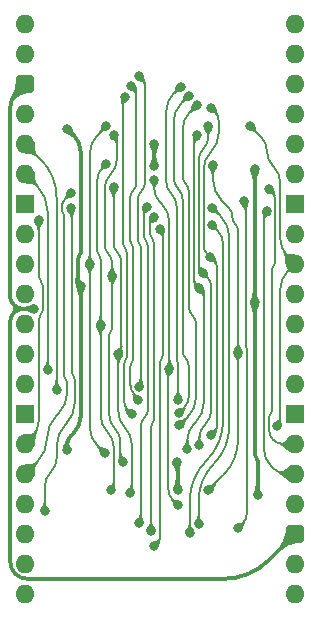
<source format=gbl>
%TF.GenerationSoftware,KiCad,Pcbnew,9.0.2*%
%TF.CreationDate,2025-06-16T10:53:43+02:00*%
%TF.ProjectId,Memory 1MB,4d656d6f-7279-4203-914d-422e6b696361,V0*%
%TF.SameCoordinates,Original*%
%TF.FileFunction,Copper,L2,Bot*%
%TF.FilePolarity,Positive*%
%FSLAX46Y46*%
G04 Gerber Fmt 4.6, Leading zero omitted, Abs format (unit mm)*
G04 Created by KiCad (PCBNEW 9.0.2) date 2025-06-16 10:53:43*
%MOMM*%
%LPD*%
G01*
G04 APERTURE LIST*
G04 Aperture macros list*
%AMRoundRect*
0 Rectangle with rounded corners*
0 $1 Rounding radius*
0 $2 $3 $4 $5 $6 $7 $8 $9 X,Y pos of 4 corners*
0 Add a 4 corners polygon primitive as box body*
4,1,4,$2,$3,$4,$5,$6,$7,$8,$9,$2,$3,0*
0 Add four circle primitives for the rounded corners*
1,1,$1+$1,$2,$3*
1,1,$1+$1,$4,$5*
1,1,$1+$1,$6,$7*
1,1,$1+$1,$8,$9*
0 Add four rect primitives between the rounded corners*
20,1,$1+$1,$2,$3,$4,$5,0*
20,1,$1+$1,$4,$5,$6,$7,0*
20,1,$1+$1,$6,$7,$8,$9,0*
20,1,$1+$1,$8,$9,$2,$3,0*%
G04 Aperture macros list end*
%TA.AperFunction,ComponentPad*%
%ADD10O,1.600000X1.600000*%
%TD*%
%TA.AperFunction,ComponentPad*%
%ADD11RoundRect,0.400000X-0.400000X-0.400000X0.400000X-0.400000X0.400000X0.400000X-0.400000X0.400000X0*%
%TD*%
%TA.AperFunction,ComponentPad*%
%ADD12R,1.600000X1.600000*%
%TD*%
%TA.AperFunction,ViaPad*%
%ADD13C,0.800000*%
%TD*%
%TA.AperFunction,Conductor*%
%ADD14C,0.380000*%
%TD*%
%TA.AperFunction,Conductor*%
%ADD15C,0.200000*%
%TD*%
G04 APERTURE END LIST*
D10*
%TO.P,J3,1,Pin_1*%
%TO.N,A0*%
X0Y0D03*
%TO.P,J3,2,Pin_2*%
%TO.N,A1*%
X0Y-2540000D03*
D11*
%TO.P,J3,3,Pin_3*%
%TO.N,5V*%
X0Y-5080000D03*
D10*
%TO.P,J3,4,Pin_4*%
%TO.N,A2*%
X0Y-7620000D03*
%TO.P,J3,5,Pin_5*%
%TO.N,A3*%
X0Y-10160000D03*
%TO.P,J3,6,Pin_6*%
%TO.N,A4*%
X0Y-12700000D03*
D12*
%TO.P,J3,7,Pin_7*%
%TO.N,GND*%
X0Y-15240000D03*
D10*
%TO.P,J3,8,Pin_8*%
%TO.N,~{Memory_B}*%
X0Y-17780000D03*
%TO.P,J3,9,Pin_9*%
%TO.N,D0*%
X0Y-20320000D03*
%TO.P,J3,10,Pin_10*%
%TO.N,D1*%
X0Y-22860000D03*
%TO.P,J3,11,Pin_11*%
%TO.N,D2*%
X0Y-25400000D03*
%TO.P,J3,12,Pin_12*%
%TO.N,D3*%
X0Y-27940000D03*
%TO.P,J3,13,Pin_13*%
%TO.N,~{Memory_A}*%
X0Y-30480000D03*
D12*
%TO.P,J3,14,Pin_14*%
%TO.N,GND*%
X0Y-33020000D03*
D10*
%TO.P,J3,15,Pin_15*%
%TO.N,~{WD}*%
X0Y-35560000D03*
%TO.P,J3,16,Pin_16*%
%TO.N,A5*%
X0Y-38100000D03*
%TO.P,J3,17,Pin_17*%
%TO.N,A6*%
X0Y-40640000D03*
%TO.P,J3,18,Pin_18*%
%TO.N,A7*%
X0Y-43180000D03*
%TO.P,J3,19,Pin_19*%
%TO.N,A8*%
X0Y-45720000D03*
%TO.P,J3,20,Pin_20*%
%TO.N,A9*%
X0Y-48260000D03*
%TO.P,J3,21,Pin_21*%
%TO.N,A10*%
X22860000Y-48260000D03*
%TO.P,J3,22,Pin_22*%
%TO.N,A11*%
X22860000Y-45720000D03*
D11*
%TO.P,J3,23,Pin_23*%
%TO.N,5V*%
X22860000Y-43180000D03*
D10*
%TO.P,J3,24,Pin_24*%
%TO.N,A12*%
X22860000Y-40640000D03*
%TO.P,J3,25,Pin_25*%
%TO.N,A13*%
X22860000Y-38100000D03*
%TO.P,J3,26,Pin_26*%
%TO.N,A14*%
X22860000Y-35560000D03*
D12*
%TO.P,J3,27,Pin_27*%
%TO.N,GND*%
X22860000Y-33020000D03*
D10*
%TO.P,J3,28,Pin_28*%
%TO.N,D4*%
X22860000Y-30480000D03*
%TO.P,J3,29,Pin_29*%
%TO.N,D5*%
X22860000Y-27940000D03*
%TO.P,J3,30,Pin_30*%
%TO.N,D6*%
X22860000Y-25400000D03*
%TO.P,J3,31,Pin_31*%
%TO.N,D7*%
X22860000Y-22860000D03*
%TO.P,J3,32,Pin_32*%
%TO.N,~{RD}*%
X22860000Y-20320000D03*
%TO.P,J3,33,Pin_33*%
%TO.N,A15*%
X22860000Y-17780000D03*
D12*
%TO.P,J3,34,Pin_34*%
%TO.N,GND*%
X22860000Y-15240000D03*
D10*
%TO.P,J3,35,Pin_35*%
%TO.N,A16*%
X22860000Y-12700000D03*
%TO.P,J3,36,Pin_36*%
%TO.N,A17*%
X22860000Y-10160000D03*
%TO.P,J3,37,Pin_37*%
%TO.N,A18*%
X22860000Y-7620000D03*
%TO.P,J3,38,Pin_38*%
%TO.N,unconnected-(J3-Pin_38-Pad38)*%
X22860000Y-5080000D03*
%TO.P,J3,39,Pin_39*%
%TO.N,unconnected-(J3-Pin_39-Pad39)*%
X22860000Y-2540000D03*
%TO.P,J3,40,Pin_40*%
%TO.N,unconnected-(J3-Pin_40-Pad40)*%
X22860000Y0D03*
%TD*%
D13*
%TO.N,D0*%
X5461000Y-20320000D03*
%TO.N,A11*%
X15813768Y-15556168D03*
X14690609Y-42366000D03*
%TO.N,D2*%
X6858000Y-11868000D03*
%TO.N,A15*%
X15659386Y-19727831D03*
%TO.N,D7*%
X15050000Y-21082000D03*
%TO.N,A1*%
X9525000Y-31877000D03*
%TO.N,A10*%
X15800000Y-17018000D03*
%TO.N,A18*%
X12946502Y-31817416D03*
%TO.N,A14*%
X20634429Y-13981095D03*
%TO.N,D6*%
X14576855Y-9439855D03*
%TO.N,A7*%
X9633000Y-42291000D03*
%TO.N,A10*%
X13930634Y-43090530D03*
%TO.N,D4*%
X10922000Y-13208000D03*
%TO.N,D5*%
X15875000Y-11938000D03*
%TO.N,D7*%
X15494000Y-8668000D03*
%TO.N,A16*%
X14508267Y-6908357D03*
%TO.N,A6*%
X1651000Y-41275000D03*
%TO.N,D2*%
X7238998Y-39509000D03*
%TO.N,A15*%
X15748002Y-7112000D03*
X15748000Y-34798000D03*
%TO.N,A5*%
X3847000Y-14351000D03*
%TO.N,D7*%
X14743997Y-35700187D03*
%TO.N,D4*%
X12954000Y-40767000D03*
X12191997Y-29210006D03*
%TO.N,A2*%
X9017000Y-33046000D03*
%TO.N,A16*%
X13058258Y-33980242D03*
%TO.N,A12*%
X18542000Y-15036800D03*
%TO.N,A9*%
X11430000Y-17399000D03*
%TO.N,A12*%
X18040001Y-42678001D03*
%TO.N,D1*%
X7366000Y-21336000D03*
%TO.N,D6*%
X13734310Y-35988346D03*
%TO.N,A18*%
X13160979Y-5314934D03*
%TO.N,D6*%
X14732000Y-22400037D03*
%TO.N,D5*%
X18022000Y-27807500D03*
%TO.N,A2*%
X8468458Y-6168711D03*
%TO.N,A7*%
X10287000Y-15494000D03*
%TO.N,D5*%
X15494000Y-39497000D03*
%TO.N,A0*%
X9652000Y-4445000D03*
%TO.N,A9*%
X10922000Y-44196000D03*
%TO.N,A3*%
X2655000Y-30988000D03*
%TO.N,A8*%
X10645415Y-42903415D03*
%TO.N,A1*%
X8979805Y-5251634D03*
%TO.N,D0*%
X6811004Y-8614645D03*
%TO.N,D1*%
X8255000Y-37083997D03*
X7505000Y-9402600D03*
%TO.N,A0*%
X9664000Y-30734000D03*
%TO.N,A8*%
X10922000Y-16383000D03*
%TO.N,A4*%
X1905000Y-29337000D03*
%TO.N,A13*%
X20447000Y-15875000D03*
%TO.N,~{WD}*%
X1143000Y-16636996D03*
%TO.N,A6*%
X3847000Y-15621000D03*
%TO.N,D0*%
X6731000Y-36322000D03*
%TO.N,D2*%
X6379000Y-25526405D03*
%TO.N,/3.3V*%
X19431009Y-23580584D03*
X12896404Y-39439404D03*
X3556000Y-8890000D03*
X10922000Y-12065000D03*
%TO.N,D3*%
X8883000Y-39720119D03*
%TO.N,A17*%
X13037207Y-32930450D03*
X13843000Y-6096000D03*
%TO.N,D3*%
X7879000Y-27940000D03*
X7481000Y-13843000D03*
%TO.N,~{RD}*%
X21355000Y-34036000D03*
X19050000Y-8640600D03*
%TO.N,/3.3V*%
X3556000Y-36068000D03*
X10921999Y-10166564D03*
X19673000Y-39930398D03*
X4687000Y-22192103D03*
X12827000Y-37084000D03*
%TO.N,5V*%
X750426Y-24130000D03*
%TO.N,/3.3V*%
X19431009Y-12331000D03*
%TD*%
D14*
%TO.N,/3.3V*%
X19552004Y-36696995D02*
G75*
G02*
X19672998Y-36989104I-292104J-292105D01*
G01*
X19431009Y-36404886D02*
G75*
G03*
X19552000Y-36696999I413091J-14D01*
G01*
X4687000Y-19386880D02*
G75*
G02*
X4566006Y-19679006I-413100J-20D01*
G01*
X4121500Y-9455500D02*
G75*
G02*
X4687001Y-10820737I-1365240J-1365240D01*
G01*
X3870308Y-34864691D02*
G75*
G03*
X3555994Y-35623500I758792J-758809D01*
G01*
X4445000Y-21778983D02*
G75*
G03*
X4565996Y-22071107I413100J-17D01*
G01*
X12861702Y-37118702D02*
G75*
G02*
X12896411Y-37202480I-83802J-83798D01*
G01*
X4687000Y-33248262D02*
G75*
G02*
X4121499Y-34613499I-1930740J2D01*
G01*
X4566000Y-19679000D02*
G75*
G03*
X4445008Y-19971119I292100J-292100D01*
G01*
%TO.N,5V*%
X-657499Y-5737500D02*
G75*
G03*
X-1315004Y-7324845I1587339J-1587350D01*
G01*
X-952500Y-24447500D02*
G75*
G03*
X-1270000Y-25214012I766513J-766513D01*
G01*
X-841457Y-46561457D02*
G75*
G03*
X193135Y-46990000I1034594J1034593D01*
G01*
X-1270000Y-45526864D02*
G75*
G03*
X-841456Y-46561456I1463140J4D01*
G01*
X-952500Y-24447500D02*
G75*
G03*
X-952500Y-23812500I-317499J317500D01*
G01*
X-185987Y-24130000D02*
G75*
G03*
X-952500Y-24447500I-1J-1084011D01*
G01*
X-952500Y-23812500D02*
G75*
G03*
X-185987Y-24130000I766517J766522D01*
G01*
X-1315000Y-22969167D02*
G75*
G03*
X-975000Y-23790000I1160846J5D01*
G01*
X20643792Y-45396207D02*
G75*
G02*
X16796036Y-46990001I-3847762J3847767D01*
G01*
D15*
%TO.N,~{WD}*%
X1505000Y-24180091D02*
G75*
G02*
X1324001Y-24617065I-617980J1D01*
G01*
X1324000Y-21790000D02*
G75*
G02*
X1504996Y-22226972I-436980J-436970D01*
G01*
X1143000Y-33608776D02*
G75*
G02*
X571500Y-34988500I-1951237J5D01*
G01*
X1143000Y-21353027D02*
G75*
G03*
X1323999Y-21790001I617970J-3D01*
G01*
X1324000Y-24617064D02*
G75*
G03*
X1143004Y-25054036I436970J-436966D01*
G01*
%TO.N,~{RD}*%
X19956385Y-9546985D02*
G75*
G02*
X20478392Y-10807172I-1260185J-1260215D01*
G01*
X21034186Y-12101186D02*
G75*
G02*
X21589962Y-13443039I-1341886J-1341814D01*
G01*
X20478372Y-10807172D02*
G75*
G03*
X21000353Y-12067363I1782128J-28D01*
G01*
X22225000Y-19685000D02*
G75*
G02*
X22225000Y-20955000I-635000J-635000D01*
G01*
X21590000Y-18151974D02*
G75*
G03*
X22224992Y-19685008I2168000J-26D01*
G01*
X22225000Y-20955000D02*
G75*
G03*
X21590011Y-22488025I1533000J-1533000D01*
G01*
X21590000Y-33634829D02*
G75*
G02*
X21472491Y-33918491I-401200J29D01*
G01*
%TO.N,A15*%
X15957693Y-20026138D02*
G75*
G02*
X16255985Y-20746314I-720193J-720162D01*
G01*
X15741500Y-10801500D02*
G75*
G03*
X15100007Y-12350218I1548700J-1548700D01*
G01*
X16383000Y-9252781D02*
G75*
G02*
X15741501Y-10801501I-2190230J1D01*
G01*
X16256000Y-33930789D02*
G75*
G02*
X16002003Y-34544003I-867200J-11D01*
G01*
X15100000Y-18772899D02*
G75*
G03*
X15379699Y-19448132I954900J-1D01*
G01*
X16065501Y-7429499D02*
G75*
G02*
X16382996Y-8196009I-766501J-766501D01*
G01*
%TO.N,A14*%
X20891500Y-32741314D02*
G75*
G02*
X20772673Y-33028173I-405700J14D01*
G01*
X20994927Y-35218927D02*
G75*
G03*
X21818349Y-35559963I823373J823427D01*
G01*
X20772677Y-33028177D02*
G75*
G03*
X20653871Y-33315040I286823J-286823D01*
G01*
X20891214Y-14237880D02*
G75*
G02*
X21147995Y-14857815I-619914J-619920D01*
G01*
X21019750Y-20509250D02*
G75*
G03*
X20891489Y-20818872I309650J-309650D01*
G01*
X21148000Y-20199627D02*
G75*
G02*
X21019742Y-20509242I-437900J27D01*
G01*
X20653855Y-34395505D02*
G75*
G03*
X20994940Y-35218914I1164445J5D01*
G01*
%TO.N,A13*%
X20969085Y-37606085D02*
G75*
G03*
X22161500Y-38100008I1192415J1192385D01*
G01*
X20326000Y-15996000D02*
G75*
G03*
X20205008Y-16288119I292100J-292100D01*
G01*
X20205000Y-35952459D02*
G75*
G03*
X20834000Y-37471000I2147540J-1D01*
G01*
%TO.N,A12*%
X18605500Y-15100300D02*
G75*
G02*
X18668999Y-15253602I-153300J-153300D01*
G01*
X18720500Y-27445339D02*
G75*
G02*
X18772030Y-27569670I-124300J-124361D01*
G01*
X18669000Y-27321007D02*
G75*
G03*
X18720510Y-27445329I175800J7D01*
G01*
X18772000Y-41428400D02*
G75*
G02*
X18406000Y-42312001I-1249600J0D01*
G01*
%TO.N,A11*%
X15981304Y-37231695D02*
G75*
G03*
X14690610Y-40347710I3115996J-3116005D01*
G01*
X17272000Y-34115680D02*
G75*
G02*
X15981304Y-37231695I-4406710J0D01*
G01*
X16542884Y-16285284D02*
G75*
G02*
X17271969Y-18045525I-1760284J-1760216D01*
G01*
%TO.N,A10*%
X16764000Y-33556507D02*
G75*
G02*
X15347322Y-36976688I-4836900J7D01*
G01*
X15347317Y-36976683D02*
G75*
G03*
X13930636Y-40396858I3420163J-3420167D01*
G01*
X16282000Y-17500000D02*
G75*
G02*
X16764020Y-18663650I-1163700J-1163700D01*
G01*
%TO.N,A9*%
X11684000Y-28014394D02*
G75*
G02*
X11557002Y-28321002I-433600J-6D01*
G01*
X11557000Y-28321000D02*
G75*
G03*
X11430002Y-28627605I306600J-306600D01*
G01*
X11557000Y-17526000D02*
G75*
G02*
X11683998Y-17832605I-306600J-306600D01*
G01*
X11430000Y-43328789D02*
G75*
G02*
X11176003Y-43942003I-867200J-11D01*
G01*
%TO.N,A8*%
X10731500Y-16573500D02*
G75*
G03*
X10541003Y-17033407I459900J-459900D01*
G01*
X10922000Y-33459424D02*
G75*
G02*
X10783703Y-33793288I-472200J24D01*
G01*
X10541000Y-17682253D02*
G75*
G03*
X10731501Y-18142160I650410J3D01*
G01*
X10731500Y-18142161D02*
G75*
G02*
X10922024Y-18602068I-459900J-459939D01*
G01*
X10783707Y-33793292D02*
G75*
G03*
X10645393Y-34127160I333893J-333908D01*
G01*
%TO.N,A7*%
X10033000Y-17942766D02*
G75*
G03*
X10223485Y-18402689I650400J-34D01*
G01*
X10160000Y-15621000D02*
G75*
G03*
X10033002Y-15927605I306600J-306600D01*
G01*
X10223500Y-18402674D02*
G75*
G02*
X10414015Y-18862581I-459900J-459926D01*
G01*
X10414000Y-32570987D02*
G75*
G02*
X10096504Y-33337504I-1084000J-13D01*
G01*
X9779000Y-42041762D02*
G75*
G02*
X9706032Y-42218032I-249300J-38D01*
G01*
X10096500Y-33337500D02*
G75*
G03*
X9779005Y-34104012I766500J-766500D01*
G01*
%TO.N,A6*%
X3432000Y-33912000D02*
G75*
G03*
X2667001Y-35758873I1846870J-1846870D01*
G01*
X4197000Y-32065126D02*
G75*
G02*
X3432000Y-33912000I-2611890J6D01*
G01*
X3944000Y-29488415D02*
G75*
G03*
X4070508Y-29793806I431900J15D01*
G01*
X3895500Y-15669500D02*
G75*
G02*
X3944004Y-15786589I-117100J-117100D01*
G01*
X4070500Y-29793814D02*
G75*
G02*
X4196991Y-30099212I-305400J-305386D01*
G01*
X2667000Y-36746579D02*
G75*
G02*
X2159000Y-37973000I-1734420J-1D01*
G01*
X2159000Y-37973000D02*
G75*
G03*
X1650997Y-39199420I1226410J-1226420D01*
G01*
%TO.N,A5*%
X3544000Y-31235500D02*
G75*
G02*
X2821690Y-32979309I-2466128J5D01*
G01*
X3097000Y-15786704D02*
G75*
G03*
X3199493Y-16034168I350000J4D01*
G01*
X2654319Y-33146680D02*
G75*
G03*
X1841497Y-35109000I1962311J-1962320D01*
G01*
X1841500Y-35109000D02*
G75*
G02*
X1028680Y-37071319I-2775149J5D01*
G01*
X3423000Y-30093000D02*
G75*
G02*
X3543992Y-30385119I-292100J-292100D01*
G01*
X3302000Y-29800880D02*
G75*
G03*
X3422994Y-30093006I413100J-20D01*
G01*
X3390683Y-14807316D02*
G75*
G03*
X3097022Y-15516330I709017J-708984D01*
G01*
X3199500Y-16034161D02*
G75*
G02*
X3301975Y-16281617I-247500J-247439D01*
G01*
%TO.N,A4*%
X952500Y-13652500D02*
G75*
G02*
X1905000Y-15952038I-2299541J-2299540D01*
G01*
%TO.N,A3*%
X1327500Y-11487500D02*
G75*
G02*
X2655000Y-14692368I-3204879J-3204873D01*
G01*
%TO.N,A2*%
X8382000Y-31961987D02*
G75*
G03*
X8699496Y-32728504I1084000J-13D01*
G01*
X8255000Y-18531542D02*
G75*
G03*
X8442003Y-18982997I638450J2D01*
G01*
X8505500Y-28451500D02*
G75*
G03*
X8381952Y-28749655I298100J-298200D01*
G01*
X8442000Y-18983000D02*
G75*
G02*
X8629017Y-19434457I-451500J-451500D01*
G01*
X8361729Y-6275440D02*
G75*
G03*
X8255006Y-6533106I257671J-257660D01*
G01*
X8629000Y-28153344D02*
G75*
G02*
X8505487Y-28451487I-421700J44D01*
G01*
%TO.N,A1*%
X9017000Y-18669000D02*
G75*
G02*
X9143998Y-18975605I-306600J-306600D01*
G01*
X8890000Y-18362394D02*
G75*
G03*
X9016998Y-18669002I433600J-6D01*
G01*
X8914000Y-30612618D02*
G75*
G03*
X9219518Y-31350143I1043000J18D01*
G01*
X9446744Y-31577405D02*
G75*
G02*
X9524973Y-31766330I-188944J-188895D01*
G01*
X9144000Y-28399712D02*
G75*
G02*
X9028987Y-28677334I-392600J12D01*
G01*
X9188902Y-5460731D02*
G75*
G02*
X9397974Y-5965537I-504802J-504769D01*
G01*
X9029000Y-28677347D02*
G75*
G03*
X8913977Y-28954981I277600J-277653D01*
G01*
X9398000Y-13483789D02*
G75*
G02*
X9144003Y-14097003I-867200J-11D01*
G01*
X9144000Y-14097000D02*
G75*
G03*
X8890004Y-14710210I613200J-613200D01*
G01*
%TO.N,A0*%
X10151417Y-13408639D02*
G75*
G02*
X9838205Y-14164788I-1069367J9D01*
G01*
X9525000Y-18273394D02*
G75*
G03*
X9651998Y-18580002I433600J-6D01*
G01*
X9652000Y-18580000D02*
G75*
G02*
X9778998Y-18886605I-306600J-306600D01*
G01*
X9901708Y-4694708D02*
G75*
G02*
X10151459Y-5297558I-602808J-602892D01*
G01*
X9779000Y-30537682D02*
G75*
G02*
X9721505Y-30676505I-196300J-18D01*
G01*
X9838208Y-14164791D02*
G75*
G03*
X9525042Y-14920943I756192J-756109D01*
G01*
%TO.N,D0*%
X6811004Y-8664820D02*
G75*
G02*
X6775508Y-8750458I-121104J20D01*
G01*
X6136002Y-9389997D02*
G75*
G03*
X5460997Y-11019595I1629598J-1629603D01*
G01*
X5461000Y-34153974D02*
G75*
G03*
X6096001Y-35686999I2168030J4D01*
G01*
%TO.N,D1*%
X8085082Y-37053079D02*
G75*
G03*
X8159724Y-37083969I74618J74679D01*
G01*
X7366000Y-25740415D02*
G75*
G02*
X7247495Y-26026495I-404600J15D01*
G01*
X7239000Y-12712327D02*
G75*
G03*
X6731002Y-13938747I1226410J-1226413D01*
G01*
X7247500Y-26026500D02*
G75*
G03*
X7128994Y-26312584I286100J-286100D01*
G01*
X8054164Y-36978436D02*
G75*
G03*
X8085105Y-37053056I105536J36D01*
G01*
X6731000Y-18727987D02*
G75*
G03*
X7048496Y-19494504I1084000J-13D01*
G01*
X7591582Y-34261582D02*
G75*
G02*
X8054165Y-35378353I-1116782J-1116778D01*
G01*
X7048500Y-19494500D02*
G75*
G02*
X7365995Y-20261012I-766500J-766500D01*
G01*
X7129000Y-33144810D02*
G75*
G03*
X7591578Y-34261586I1579400J10D01*
G01*
X7626000Y-9523600D02*
G75*
G02*
X7746992Y-9815719I-292100J-292100D01*
G01*
X7747000Y-11485906D02*
G75*
G02*
X7238993Y-12712320I-1734400J6D01*
G01*
%TO.N,D2*%
X6379000Y-33150283D02*
G75*
G03*
X6936003Y-34494997I1901710J3D01*
G01*
X6936000Y-34495000D02*
G75*
G02*
X7492993Y-35839716I-1344700J-1344700D01*
G01*
X6486500Y-12239500D02*
G75*
G03*
X6114992Y-13136380I896900J-896900D01*
G01*
X6115000Y-19263323D02*
G75*
G03*
X6247007Y-19581993I450700J23D01*
G01*
X6247000Y-19582000D02*
G75*
G02*
X6379010Y-19900676I-318700J-318700D01*
G01*
X7493000Y-39075391D02*
G75*
G02*
X7366002Y-39382002I-433600J-9D01*
G01*
%TO.N,D3*%
X8448000Y-34182493D02*
G75*
G02*
X9017010Y-35556180I-1373700J-1373707D01*
G01*
X7481000Y-18572016D02*
G75*
G03*
X7810505Y-19367495I1125000J16D01*
G01*
X9017000Y-39491366D02*
G75*
G02*
X8950027Y-39653146I-228800J-34D01*
G01*
X7810500Y-19367500D02*
G75*
G02*
X8140007Y-20162983I-795500J-795500D01*
G01*
X7879000Y-32808805D02*
G75*
G03*
X8448000Y-34182493I1942700J5D01*
G01*
X8140000Y-27494445D02*
G75*
G02*
X8009487Y-27809487I-445600J45D01*
G01*
%TO.N,D4*%
X12090677Y-39293215D02*
G75*
G03*
X12522338Y-40335338I1473823J15D01*
G01*
X12211000Y-29177565D02*
G75*
G02*
X12201507Y-29200513I-32400J-35D01*
G01*
X11566500Y-15249500D02*
G75*
G02*
X12211016Y-16805460I-1556000J-1556000D01*
G01*
X12141337Y-29260666D02*
G75*
G03*
X12090644Y-29382970I122263J-122334D01*
G01*
X10922000Y-13906500D02*
G75*
G03*
X11415920Y-15098908I1686300J0D01*
G01*
%TO.N,D5*%
X18022000Y-35181434D02*
G75*
G02*
X16757999Y-38232999I-4315570J4D01*
G01*
X17531500Y-16361378D02*
G75*
G03*
X17776746Y-16953468I837300J-22D01*
G01*
X17776750Y-16953464D02*
G75*
G02*
X18022046Y-17545549I-592050J-592136D01*
G01*
X15875000Y-13081000D02*
G75*
G03*
X16683233Y-15032213I2759400J0D01*
G01*
X17238858Y-15587858D02*
G75*
G02*
X17531542Y-16294357I-706458J-706542D01*
G01*
%TO.N,D6*%
X14438427Y-9578282D02*
G75*
G03*
X14299976Y-9912476I334173J-334218D01*
G01*
X14284659Y-33881372D02*
G75*
G03*
X13734327Y-35210034I1328641J-1328628D01*
G01*
X14300000Y-21662566D02*
G75*
G03*
X14515977Y-22184060I737500J-34D01*
G01*
X14922500Y-22590537D02*
G75*
G02*
X15112971Y-23050444I-459900J-459863D01*
G01*
X15113000Y-32078150D02*
G75*
G02*
X14423654Y-33742376I-2353570J0D01*
G01*
%TO.N,D7*%
X15399000Y-21431000D02*
G75*
G02*
X15748016Y-22273560I-842600J-842600D01*
G01*
X15748000Y-32691062D02*
G75*
G02*
X15245999Y-33903002I-1713950J2D01*
G01*
X14700000Y-20484512D02*
G75*
G03*
X14875004Y-20906996I597500J12D01*
G01*
X15201913Y-33947086D02*
G75*
G03*
X14743986Y-35052595I1105487J-1105514D01*
G01*
X15097000Y-10557000D02*
G75*
G03*
X14700018Y-11515442I958400J-958400D01*
G01*
X15494000Y-9598557D02*
G75*
G02*
X15097003Y-10557003I-1355450J-3D01*
G01*
%TO.N,A18*%
X11938000Y-13341382D02*
G75*
G03*
X12382495Y-14414505I1517600J-18D01*
G01*
X12827000Y-28497997D02*
G75*
G03*
X12886750Y-28642250I204000J-3D01*
G01*
X12886751Y-28642249D02*
G75*
G02*
X12946502Y-28786500I-144251J-144251D01*
G01*
X12382500Y-14414500D02*
G75*
G02*
X12826993Y-15487617I-1073100J-1073100D01*
G01*
X12549489Y-5926423D02*
G75*
G03*
X11937976Y-7402689I1476211J-1476277D01*
G01*
%TO.N,A17*%
X13208000Y-6731000D02*
G75*
G03*
X12573011Y-8264025I1533000J-1533000D01*
G01*
X12954000Y-13970000D02*
G75*
G02*
X13334994Y-14889815I-919800J-919800D01*
G01*
X12573000Y-13050184D02*
G75*
G03*
X12953995Y-13970005I1300800J-16D01*
G01*
X13589000Y-28321000D02*
G75*
G02*
X13842996Y-28934210I-613200J-613200D01*
G01*
X13335000Y-27707789D02*
G75*
G03*
X13588997Y-28321003I867200J-11D01*
G01*
X13843000Y-31554875D02*
G75*
G02*
X13440102Y-32527552I-1375580J5D01*
G01*
%TO.N,A16*%
X14160500Y-24701500D02*
G75*
G02*
X14477995Y-25468012I-766500J-766500D01*
G01*
X13921633Y-7494990D02*
G75*
G03*
X13335036Y-8911249I1416267J-1416210D01*
G01*
X13589000Y-13532000D02*
G75*
G02*
X13842996Y-14145210I-613200J-613200D01*
G01*
X13335000Y-12918789D02*
G75*
G03*
X13588997Y-13532003I867200J-11D01*
G01*
X14478000Y-31556590D02*
G75*
G02*
X13768144Y-33270386I-2423700J-10D01*
G01*
X13843000Y-23934987D02*
G75*
G03*
X14160496Y-24701504I1084000J-13D01*
G01*
%TO.N,~{WD}*%
X1143000Y-16636996D02*
X1143000Y-21353027D01*
%TO.N,A13*%
X20205000Y-16288119D02*
X20205000Y-35952459D01*
X20969085Y-37606085D02*
X20834000Y-37471000D01*
X22161500Y-38100000D02*
X22860000Y-38100000D01*
X20326000Y-15996000D02*
X20447000Y-15875000D01*
D14*
%TO.N,/3.3V*%
X19673000Y-36989104D02*
X19673000Y-39930398D01*
X19431009Y-36404886D02*
X19431009Y-23580584D01*
D15*
%TO.N,A14*%
X20634429Y-13981095D02*
X20891214Y-14237880D01*
X21148000Y-14857815D02*
X21148000Y-20199627D01*
X20891500Y-32741314D02*
X20891500Y-20818872D01*
X21818349Y-35560000D02*
X22860000Y-35560000D01*
X20653855Y-33315040D02*
X20653855Y-34395505D01*
%TO.N,A16*%
X13843000Y-14145210D02*
X13843000Y-23934987D01*
X13335000Y-8911249D02*
X13335000Y-12918789D01*
X14508267Y-6908357D02*
X13921633Y-7494990D01*
X14478000Y-25468012D02*
X14478000Y-31556590D01*
X13058258Y-33980242D02*
X13768129Y-33270371D01*
%TO.N,A17*%
X13037207Y-32930450D02*
X13440103Y-32527553D01*
X12573000Y-8264025D02*
X12573000Y-13050184D01*
X13843000Y-28934210D02*
X13843000Y-31554875D01*
X13208000Y-6731000D02*
X13843000Y-6096000D01*
X13335000Y-14889815D02*
X13335000Y-27707789D01*
%TO.N,A18*%
X12946502Y-31817416D02*
X12946502Y-28786500D01*
X12827000Y-28497997D02*
X12827000Y-15487617D01*
X11938000Y-13341382D02*
X11938000Y-7402689D01*
X13160979Y-5314934D02*
X12549489Y-5926423D01*
D14*
%TO.N,/3.3V*%
X4687000Y-22192103D02*
X4566000Y-22071103D01*
X4445000Y-21778983D02*
X4445000Y-19971119D01*
X3556000Y-8890000D02*
X4121500Y-9455500D01*
X4687000Y-19386880D02*
X4687000Y-10820737D01*
D15*
%TO.N,D0*%
X6811004Y-8664820D02*
X6811004Y-8614645D01*
X6775524Y-8750474D02*
X6136002Y-9389997D01*
X5461000Y-11019595D02*
X5461000Y-20320000D01*
%TO.N,D1*%
X7626000Y-9523600D02*
X7505000Y-9402600D01*
X7747000Y-9815719D02*
X7747000Y-11485906D01*
X7366000Y-20261012D02*
X7366000Y-21336000D01*
X6731000Y-13938747D02*
X6731000Y-18727987D01*
%TO.N,~{RD}*%
X21590000Y-13443039D02*
X21590000Y-18151974D01*
X19956385Y-9546985D02*
X19050000Y-8640600D01*
X21034186Y-12101186D02*
X21000358Y-12067358D01*
D14*
%TO.N,/3.3V*%
X19431009Y-12331000D02*
X19431009Y-23580584D01*
D15*
%TO.N,A12*%
X18669000Y-15253602D02*
X18669000Y-27321007D01*
X18772000Y-27569670D02*
X18772000Y-41428400D01*
X18040001Y-42678001D02*
X18406000Y-42312001D01*
X18605500Y-15100300D02*
X18542000Y-15036800D01*
%TO.N,A15*%
X16256000Y-20746314D02*
X16256000Y-33930789D01*
X15748000Y-34798000D02*
X16002000Y-34544000D01*
X15957693Y-20026138D02*
X15659386Y-19727831D01*
%TO.N,A10*%
X16764000Y-33556507D02*
X16764000Y-18663650D01*
X15800000Y-17018000D02*
X16282000Y-17500000D01*
%TO.N,A11*%
X14690609Y-40347710D02*
X14690609Y-42366000D01*
X17272000Y-34115680D02*
X17272000Y-18045525D01*
X15813768Y-15556168D02*
X16542884Y-16285284D01*
%TO.N,A10*%
X13930634Y-43090530D02*
X13930634Y-40396858D01*
%TO.N,D5*%
X18022000Y-27807500D02*
X18022000Y-35181434D01*
X16758000Y-38233000D02*
X15494000Y-39497000D01*
%TO.N,A2*%
X8629000Y-19434457D02*
X8629000Y-28153344D01*
X8382000Y-31961987D02*
X8382000Y-28749655D01*
X8699500Y-32728500D02*
X9017000Y-33046000D01*
X8255000Y-18531542D02*
X8255000Y-6533106D01*
X8361729Y-6275440D02*
X8468458Y-6168711D01*
D14*
%TO.N,/3.3V*%
X3870308Y-34864691D02*
X4121500Y-34613500D01*
X3556000Y-36068000D02*
X3556000Y-35623500D01*
X4687000Y-22192103D02*
X4687000Y-33248262D01*
D15*
%TO.N,A6*%
X3944000Y-29488415D02*
X3944000Y-15786589D01*
X4197000Y-32065126D02*
X4197000Y-30099212D01*
X2667000Y-35758873D02*
X2667000Y-36746579D01*
X3895500Y-15669500D02*
X3847000Y-15621000D01*
X1651000Y-41275000D02*
X1651000Y-39199420D01*
%TO.N,D4*%
X10922000Y-13208000D02*
X10922000Y-13906500D01*
X11566500Y-15249500D02*
X11415914Y-15098914D01*
X12211000Y-29177565D02*
X12211000Y-16805460D01*
X12191997Y-29210006D02*
X12201498Y-29200504D01*
%TO.N,D3*%
X7481000Y-13843000D02*
X7481000Y-18572016D01*
X8140000Y-20162983D02*
X8140000Y-27494445D01*
X8009500Y-27809500D02*
X7879000Y-27940000D01*
%TO.N,A1*%
X9188902Y-5460731D02*
X8979805Y-5251634D01*
X9398000Y-5965537D02*
X9398000Y-13483789D01*
X9144000Y-18975605D02*
X9144000Y-28399712D01*
X8914000Y-30612618D02*
X8914000Y-28954981D01*
X8890000Y-18362394D02*
X8890000Y-14710210D01*
X9219500Y-31350161D02*
X9446744Y-31577405D01*
X9525000Y-31766330D02*
X9525000Y-31877000D01*
%TO.N,D1*%
X8159724Y-37083997D02*
X8255000Y-37083997D01*
X7129000Y-26312584D02*
X7129000Y-33144810D01*
X7366000Y-25740415D02*
X7366000Y-21336000D01*
X8054164Y-36978436D02*
X8054164Y-35378353D01*
%TO.N,D3*%
X9017000Y-35556180D02*
X9017000Y-39491366D01*
X7879000Y-32808805D02*
X7879000Y-27940000D01*
X8950000Y-39653119D02*
X8883000Y-39720119D01*
%TO.N,A7*%
X10160000Y-15621000D02*
X10287000Y-15494000D01*
X10033000Y-17942766D02*
X10033000Y-15927605D01*
X9779000Y-42041762D02*
X9779000Y-34104012D01*
X9633000Y-42291000D02*
X9706000Y-42218000D01*
X10414000Y-18862581D02*
X10414000Y-32570987D01*
%TO.N,A0*%
X9664000Y-30734000D02*
X9721500Y-30676500D01*
X10151417Y-13408639D02*
X10151417Y-5297558D01*
X9652000Y-4445000D02*
X9901708Y-4694708D01*
X9779000Y-18886605D02*
X9779000Y-30537682D01*
X9525000Y-18273394D02*
X9525000Y-14920943D01*
%TO.N,D0*%
X5461000Y-34153974D02*
X5461000Y-20320000D01*
X6731000Y-36322000D02*
X6096000Y-35687000D01*
%TO.N,A5*%
X3097000Y-15786704D02*
X3097000Y-15516330D01*
X3302000Y-29800880D02*
X3302000Y-16281617D01*
X3544000Y-31235500D02*
X3544000Y-30385119D01*
X1028680Y-37071319D02*
X0Y-38100000D01*
X3390683Y-14807316D02*
X3847000Y-14351000D01*
X2821690Y-32979309D02*
X2654319Y-33146680D01*
%TO.N,~{RD}*%
X21355000Y-34036000D02*
X21472500Y-33918500D01*
X21590000Y-22488025D02*
X21590000Y-33634829D01*
%TO.N,D6*%
X13734310Y-35210034D02*
X13734310Y-35988346D01*
X14732000Y-22400037D02*
X14922500Y-22590537D01*
X15113000Y-23050444D02*
X15113000Y-32078150D01*
X14284659Y-33881372D02*
X14423655Y-33742377D01*
%TO.N,D7*%
X14743997Y-35052595D02*
X14743997Y-35700187D01*
X15748000Y-22273560D02*
X15748000Y-32691062D01*
X15245998Y-33903001D02*
X15201913Y-33947086D01*
X15399000Y-21431000D02*
X15050000Y-21082000D01*
%TO.N,D5*%
X18022000Y-27807500D02*
X18022000Y-17545549D01*
X17531500Y-16361378D02*
X17531500Y-16294357D01*
X16683223Y-15032223D02*
X17238858Y-15587858D01*
X15875000Y-11938000D02*
X15875000Y-13081000D01*
%TO.N,A8*%
X10645415Y-42903415D02*
X10645415Y-34127160D01*
X10922000Y-33459424D02*
X10922000Y-18602068D01*
X10541000Y-17033407D02*
X10541000Y-17682253D01*
X10731500Y-16573500D02*
X10922000Y-16383000D01*
%TO.N,D2*%
X7493000Y-35839716D02*
X7493000Y-39075391D01*
X7365999Y-39381999D02*
X7238998Y-39509000D01*
X6379000Y-33150283D02*
X6379000Y-25526405D01*
%TO.N,D7*%
X14875000Y-20907000D02*
X15050000Y-21082000D01*
X14700000Y-20484512D02*
X14700000Y-11515442D01*
%TO.N,A15*%
X15659386Y-19727831D02*
X15379693Y-19448138D01*
%TO.N,D7*%
X15494000Y-8668000D02*
X15494000Y-9598557D01*
%TO.N,D4*%
X12522338Y-40335338D02*
X12954000Y-40767000D01*
%TO.N,A15*%
X15748002Y-7112000D02*
X16065501Y-7429499D01*
%TO.N,D4*%
X12191997Y-29210006D02*
X12141337Y-29260666D01*
%TO.N,A15*%
X16383000Y-9252781D02*
X16383000Y-8196009D01*
X15100000Y-12350218D02*
X15100000Y-18772899D01*
%TO.N,D4*%
X12090677Y-39293215D02*
X12090677Y-29382970D01*
%TO.N,D6*%
X14300000Y-9912476D02*
X14300000Y-21662566D01*
X14516000Y-22184037D02*
X14732000Y-22400037D01*
X14438427Y-9578282D02*
X14576855Y-9439855D01*
%TO.N,A9*%
X11684000Y-28014394D02*
X11684000Y-17832605D01*
%TO.N,A3*%
X2655000Y-30988000D02*
X2655000Y-14692368D01*
%TO.N,A9*%
X11430000Y-28627605D02*
X11430000Y-43328789D01*
X11430000Y-17399000D02*
X11557000Y-17526000D01*
%TO.N,A4*%
X1905000Y-29337000D02*
X1905000Y-15952038D01*
%TO.N,A9*%
X10922000Y-44196000D02*
X11176000Y-43942000D01*
%TO.N,A3*%
X1327500Y-11487500D02*
X0Y-10160000D01*
%TO.N,A4*%
X952500Y-13652500D02*
X0Y-12700000D01*
D14*
%TO.N,/3.3V*%
X10921999Y-10166564D02*
X10922000Y-12065000D01*
X12896404Y-39439404D02*
X12896404Y-37202480D01*
X12827000Y-37084000D02*
X12861702Y-37118702D01*
D15*
%TO.N,~{WD}*%
X571500Y-34988500D02*
X0Y-35560000D01*
X1143000Y-33608776D02*
X1143000Y-25054036D01*
X1505000Y-24180091D02*
X1505000Y-22226972D01*
D14*
%TO.N,5V*%
X-1270000Y-25214012D02*
X-1270000Y-45526864D01*
X-657499Y-5737500D02*
X0Y-5080000D01*
X20643792Y-45396207D02*
X22860000Y-43180000D01*
X750426Y-24130000D02*
X-185987Y-24130000D01*
X-1315000Y-7324845D02*
X-1315000Y-22969167D01*
X-952500Y-23812500D02*
X-975000Y-23790000D01*
X193135Y-46990000D02*
X16796036Y-46990000D01*
D15*
%TO.N,D2*%
X6379000Y-19900676D02*
X6379000Y-25526405D01*
X6115000Y-13136380D02*
X6115000Y-19263323D01*
X6486500Y-12239500D02*
X6858000Y-11868000D01*
%TD*%
%TA.AperFunction,Conductor*%
%TO.N,/3.3V*%
G36*
X4632806Y-21473009D02*
G01*
X4636161Y-21479984D01*
X4648065Y-21586599D01*
X4684065Y-21665966D01*
X4684066Y-21665968D01*
X4684067Y-21665969D01*
X4738217Y-21722124D01*
X4805609Y-21769409D01*
X4805850Y-21769584D01*
X4912763Y-21849700D01*
X4924567Y-21858545D01*
X4926465Y-21860330D01*
X5011097Y-21959887D01*
X5013845Y-21968410D01*
X5009761Y-21976379D01*
X5008703Y-21977180D01*
X4688955Y-22191790D01*
X4684689Y-22193556D01*
X4306376Y-22267843D01*
X4297598Y-22266074D01*
X4292641Y-22258616D01*
X4292602Y-22258409D01*
X4263283Y-22093390D01*
X4263176Y-22092648D01*
X4249230Y-21968410D01*
X4248668Y-21963402D01*
X4248596Y-21962079D01*
X4248811Y-21859331D01*
X4249065Y-21738019D01*
X4254747Y-21481022D01*
X4258356Y-21472828D01*
X4266444Y-21469582D01*
X4624533Y-21469582D01*
X4632806Y-21473009D01*
G37*
%TD.AperFunction*%
%TD*%
%TA.AperFunction,Conductor*%
%TO.N,5V*%
G36*
X-783922Y-4795091D02*
G01*
X-4185Y-5077423D01*
X2424Y-5083459D01*
X360519Y-5851848D01*
X365169Y-5861825D01*
X365558Y-5870771D01*
X359506Y-5877372D01*
X353649Y-5878431D01*
X317172Y-5875569D01*
X310759Y-5875066D01*
X310758Y-5875066D01*
X254648Y-5875377D01*
X198538Y-5875688D01*
X183787Y-5877218D01*
X85882Y-5887377D01*
X-38167Y-5911969D01*
X-160331Y-5947451D01*
X-160352Y-5947458D01*
X-289668Y-5996802D01*
X-289676Y-5996805D01*
X-413686Y-6055609D01*
X-413694Y-6055613D01*
X-535213Y-6124829D01*
X-623979Y-6184548D01*
X-647378Y-6200290D01*
X-647381Y-6200292D01*
X-831223Y-6356684D01*
X-831224Y-6356685D01*
X-831226Y-6356687D01*
X-944517Y-6492534D01*
X-952447Y-6496692D01*
X-957979Y-6495849D01*
X-1288483Y-6358948D01*
X-1294815Y-6352616D01*
X-1294815Y-6343662D01*
X-1294000Y-6342055D01*
X-1198117Y-6184548D01*
X-1033227Y-5851858D01*
X-1033226Y-5851856D01*
X-1033222Y-5851848D01*
X-906625Y-5520329D01*
X-906619Y-5520309D01*
X-828492Y-5227619D01*
X-795422Y-4984482D01*
X-795421Y-4984473D01*
X-799599Y-4806367D01*
X-796367Y-4798016D01*
X-788176Y-4794396D01*
X-783922Y-4795091D01*
G37*
%TD.AperFunction*%
%TD*%
%TA.AperFunction,Conductor*%
%TO.N,~{RD}*%
G36*
X21972126Y-19189407D02*
G01*
X22035459Y-19287044D01*
X22094147Y-19355683D01*
X22104098Y-19367321D01*
X22173307Y-19424727D01*
X22244393Y-19463065D01*
X22276934Y-19473174D01*
X22318655Y-19486137D01*
X22318658Y-19486137D01*
X22318663Y-19486139D01*
X22383800Y-19495743D01*
X22397422Y-19497752D01*
X22573673Y-19501813D01*
X22695152Y-19504035D01*
X22782281Y-19505629D01*
X22783534Y-19505720D01*
X23003641Y-19533786D01*
X23011413Y-19538232D01*
X23013766Y-19546872D01*
X23013637Y-19547665D01*
X22862021Y-20313180D01*
X22857052Y-20320630D01*
X22852813Y-20322385D01*
X22087324Y-20473709D01*
X22078543Y-20471951D01*
X22073577Y-20464500D01*
X22073502Y-20464072D01*
X22032772Y-20202702D01*
X22032676Y-20201904D01*
X22015821Y-19996271D01*
X22015809Y-19996110D01*
X22013031Y-19953872D01*
X21989821Y-19753796D01*
X21989821Y-19753793D01*
X21967190Y-19660774D01*
X21967186Y-19660763D01*
X21967184Y-19660752D01*
X21931859Y-19558795D01*
X21874488Y-19431192D01*
X21874484Y-19431183D01*
X21798281Y-19290094D01*
X21797364Y-19281186D01*
X21802725Y-19274402D01*
X21956461Y-19185641D01*
X21965338Y-19184473D01*
X21972126Y-19189407D01*
G37*
%TD.AperFunction*%
%TD*%
%TA.AperFunction,Conductor*%
%TO.N,~{RD}*%
G36*
X21686559Y-33312862D02*
G01*
X21689986Y-33321135D01*
X21689986Y-33321149D01*
X21689908Y-33388370D01*
X21696719Y-33657612D01*
X21745431Y-33946788D01*
X21743426Y-33955515D01*
X21736205Y-33960201D01*
X21359781Y-34036036D01*
X21350994Y-34034310D01*
X21350950Y-34034281D01*
X21033045Y-33820909D01*
X21028085Y-33813453D01*
X21029850Y-33804674D01*
X21030472Y-33803832D01*
X21085698Y-33735732D01*
X21087210Y-33734185D01*
X21152717Y-33678601D01*
X21154564Y-33677320D01*
X21286703Y-33603502D01*
X21287091Y-33603294D01*
X21350084Y-33571556D01*
X21425104Y-33515986D01*
X21451280Y-33481699D01*
X21471355Y-33438963D01*
X21482156Y-33393991D01*
X21485168Y-33381453D01*
X21485168Y-33381452D01*
X21485169Y-33381448D01*
X21488107Y-33337639D01*
X21489268Y-33320352D01*
X21493241Y-33312327D01*
X21500942Y-33309435D01*
X21678286Y-33309435D01*
X21686559Y-33312862D01*
G37*
%TD.AperFunction*%
%TD*%
%TA.AperFunction,Conductor*%
%TO.N,A15*%
G36*
X16309257Y-34190394D02*
G01*
X16316703Y-34195369D01*
X16318450Y-34204151D01*
X16318369Y-34204527D01*
X16273571Y-34396592D01*
X16273348Y-34397411D01*
X16230753Y-34534272D01*
X16230700Y-34534439D01*
X16212040Y-34591363D01*
X16177985Y-34708957D01*
X16177975Y-34708994D01*
X16142816Y-34864936D01*
X16137654Y-34872253D01*
X16129149Y-34873844D01*
X15752589Y-34799919D01*
X15745131Y-34794962D01*
X15745103Y-34794921D01*
X15532873Y-34476081D01*
X15531143Y-34467296D01*
X15536131Y-34459859D01*
X15537038Y-34459314D01*
X15610969Y-34419298D01*
X15612849Y-34418486D01*
X15694143Y-34391688D01*
X15696118Y-34391223D01*
X15848640Y-34369179D01*
X15848866Y-34369149D01*
X15943652Y-34357634D01*
X16024232Y-34328931D01*
X16055536Y-34304625D01*
X16082493Y-34270802D01*
X16106756Y-34220381D01*
X16122086Y-34164254D01*
X16127571Y-34157178D01*
X16135653Y-34155864D01*
X16309257Y-34190394D01*
G37*
%TD.AperFunction*%
%TD*%
%TA.AperFunction,Conductor*%
%TO.N,A14*%
G36*
X21024469Y-13906997D02*
G01*
X21029332Y-13914019D01*
X21074918Y-14106975D01*
X21074925Y-14107001D01*
X21118901Y-14243898D01*
X21140834Y-14308802D01*
X21140976Y-14309251D01*
X21174427Y-14423145D01*
X21174612Y-14423857D01*
X21208421Y-14573076D01*
X21206907Y-14581902D01*
X21199595Y-14587072D01*
X21199292Y-14587136D01*
X21025641Y-14621675D01*
X21016859Y-14619928D01*
X21012066Y-14613256D01*
X20997456Y-14559239D01*
X20974319Y-14509876D01*
X20974318Y-14509875D01*
X20974318Y-14509874D01*
X20974316Y-14509871D01*
X20945892Y-14473514D01*
X20945889Y-14473511D01*
X20945888Y-14473510D01*
X20912544Y-14447933D01*
X20912542Y-14447932D01*
X20832633Y-14420313D01*
X20832626Y-14420311D01*
X20737604Y-14409345D01*
X20665856Y-14402361D01*
X20664491Y-14402146D01*
X20534072Y-14373637D01*
X20531379Y-14372692D01*
X20424116Y-14319582D01*
X20418223Y-14312840D01*
X20418823Y-14303905D01*
X20419562Y-14302623D01*
X20631533Y-13984171D01*
X20638968Y-13979185D01*
X21015692Y-13905228D01*
X21024469Y-13906997D01*
G37*
%TD.AperFunction*%
%TD*%
%TA.AperFunction,Conductor*%
%TO.N,A13*%
G36*
X22700563Y-37319934D02*
G01*
X22706186Y-37326903D01*
X22706435Y-37327912D01*
X22859937Y-38095686D01*
X22858199Y-38104471D01*
X22858184Y-38104492D01*
X22422266Y-38755141D01*
X22414814Y-38760107D01*
X22406034Y-38758349D01*
X22405728Y-38758137D01*
X22125717Y-38557347D01*
X22125124Y-38556893D01*
X22018858Y-38469907D01*
X21929337Y-38396628D01*
X21842400Y-38323823D01*
X21620493Y-38160418D01*
X21467397Y-38067597D01*
X21278309Y-37966197D01*
X21272637Y-37959267D01*
X21273412Y-37950575D01*
X21354028Y-37792361D01*
X21360837Y-37786548D01*
X21369087Y-37786932D01*
X21449318Y-37821568D01*
X21487119Y-37837887D01*
X21487120Y-37837887D01*
X21487122Y-37837888D01*
X21598747Y-37866084D01*
X21696835Y-37870526D01*
X21696835Y-37870525D01*
X21696836Y-37870526D01*
X21721193Y-37866084D01*
X21784337Y-37854569D01*
X21784343Y-37854566D01*
X21784345Y-37854566D01*
X21864196Y-37821570D01*
X21864195Y-37821570D01*
X21864201Y-37821568D01*
X21939378Y-37774879D01*
X22087470Y-37653855D01*
X22171175Y-37582167D01*
X22171853Y-37581629D01*
X22337017Y-37460511D01*
X22338609Y-37459532D01*
X22508756Y-37373010D01*
X22510755Y-37372216D01*
X22691659Y-37318982D01*
X22700563Y-37319934D01*
G37*
%TD.AperFunction*%
%TD*%
%TA.AperFunction,Conductor*%
%TO.N,A13*%
G36*
X20451005Y-15876689D02*
G01*
X20451049Y-15876718D01*
X20768922Y-16090069D01*
X20773882Y-16097525D01*
X20772117Y-16106304D01*
X20771468Y-16107180D01*
X20715594Y-16175670D01*
X20714019Y-16177262D01*
X20647525Y-16232678D01*
X20645592Y-16233985D01*
X20510933Y-16306688D01*
X20510488Y-16306917D01*
X20478634Y-16322392D01*
X20444753Y-16338853D01*
X20444750Y-16338854D01*
X20444748Y-16338856D01*
X20369881Y-16393260D01*
X20343713Y-16427122D01*
X20323649Y-16469408D01*
X20323646Y-16469418D01*
X20309830Y-16526429D01*
X20309829Y-16526432D01*
X20305738Y-16586917D01*
X20301761Y-16594940D01*
X20294065Y-16597827D01*
X20116755Y-16597827D01*
X20108482Y-16594400D01*
X20105055Y-16586127D01*
X20105055Y-16586072D01*
X20105633Y-16462541D01*
X20105633Y-16462536D01*
X20106060Y-16379571D01*
X20102417Y-16306917D01*
X20097050Y-16199860D01*
X20097050Y-16199857D01*
X20056609Y-15964240D01*
X20058587Y-15955507D01*
X20065828Y-15950791D01*
X20442218Y-15874963D01*
X20451005Y-15876689D01*
G37*
%TD.AperFunction*%
%TD*%
%TA.AperFunction,Conductor*%
%TO.N,A9*%
G36*
X11434760Y-17398959D02*
G01*
X11773556Y-17467213D01*
X11811349Y-17474827D01*
X11818782Y-17479821D01*
X11820600Y-17488090D01*
X11799721Y-17622759D01*
X11782847Y-17731597D01*
X11781152Y-17922626D01*
X11782223Y-17995216D01*
X11783825Y-18103699D01*
X11780520Y-18112022D01*
X11772299Y-18115571D01*
X11772126Y-18115572D01*
X11594208Y-18115572D01*
X11585935Y-18112145D01*
X11582616Y-18105459D01*
X11578243Y-18073523D01*
X11567524Y-17995216D01*
X11548181Y-17952084D01*
X11537927Y-17938343D01*
X11522551Y-17917735D01*
X11522544Y-17917728D01*
X11478045Y-17884343D01*
X11455753Y-17867619D01*
X11455751Y-17867618D01*
X11373812Y-17829370D01*
X11291996Y-17791909D01*
X11290412Y-17791029D01*
X11186913Y-17722566D01*
X11184575Y-17720526D01*
X11106198Y-17631237D01*
X11103316Y-17622759D01*
X11107273Y-17614726D01*
X11108457Y-17613814D01*
X11425950Y-17400717D01*
X11434729Y-17398953D01*
X11434760Y-17398959D01*
G37*
%TD.AperFunction*%
%TD*%
%TA.AperFunction,Conductor*%
%TO.N,A9*%
G36*
X11483257Y-43588394D02*
G01*
X11490703Y-43593369D01*
X11492450Y-43602151D01*
X11492369Y-43602527D01*
X11447571Y-43794592D01*
X11447348Y-43795411D01*
X11404753Y-43932272D01*
X11404700Y-43932439D01*
X11386040Y-43989363D01*
X11351985Y-44106957D01*
X11351975Y-44106994D01*
X11316816Y-44262936D01*
X11311654Y-44270253D01*
X11303149Y-44271844D01*
X10926589Y-44197919D01*
X10919131Y-44192962D01*
X10919103Y-44192921D01*
X10706873Y-43874081D01*
X10705143Y-43865296D01*
X10710131Y-43857859D01*
X10711038Y-43857314D01*
X10784969Y-43817298D01*
X10786849Y-43816486D01*
X10868143Y-43789688D01*
X10870118Y-43789223D01*
X11022640Y-43767179D01*
X11022866Y-43767149D01*
X11117652Y-43755634D01*
X11198232Y-43726931D01*
X11229536Y-43702625D01*
X11256493Y-43668802D01*
X11280756Y-43618381D01*
X11296086Y-43562254D01*
X11301571Y-43555178D01*
X11309653Y-43553864D01*
X11483257Y-43588394D01*
G37*
%TD.AperFunction*%
%TD*%
%TA.AperFunction,Conductor*%
%TO.N,A8*%
G36*
X10911433Y-16379925D02*
G01*
X10917218Y-16381061D01*
X10924676Y-16386018D01*
X10924701Y-16386055D01*
X11137242Y-16705101D01*
X11138977Y-16713886D01*
X11133992Y-16721325D01*
X11133254Y-16721778D01*
X11073078Y-16755724D01*
X11071626Y-16756416D01*
X11002551Y-16783693D01*
X11001103Y-16784159D01*
X10870003Y-16817076D01*
X10869893Y-16817103D01*
X10829282Y-16826880D01*
X10778598Y-16839082D01*
X10778596Y-16839082D01*
X10778595Y-16839083D01*
X10705219Y-16875210D01*
X10705218Y-16875211D01*
X10679528Y-16901366D01*
X10679527Y-16901368D01*
X10659914Y-16935839D01*
X10645864Y-16986482D01*
X10641803Y-17041277D01*
X10637774Y-17049274D01*
X10630135Y-17052112D01*
X10453104Y-17052112D01*
X10444831Y-17048685D01*
X10441404Y-17040412D01*
X10441411Y-17040014D01*
X10448243Y-16839083D01*
X10452215Y-16722236D01*
X10452385Y-16720613D01*
X10453268Y-16715588D01*
X10498608Y-16457588D01*
X10498643Y-16457404D01*
X10527368Y-16316346D01*
X10532376Y-16308925D01*
X10541084Y-16307202D01*
X10911433Y-16379925D01*
G37*
%TD.AperFunction*%
%TD*%
%TA.AperFunction,Conductor*%
%TO.N,A7*%
G36*
X10291005Y-15495689D02*
G01*
X10291049Y-15495718D01*
X10608870Y-15709034D01*
X10613830Y-15716490D01*
X10612065Y-15725269D01*
X10611379Y-15726189D01*
X10554391Y-15795348D01*
X10552717Y-15797007D01*
X10484507Y-15852143D01*
X10482460Y-15853471D01*
X10343393Y-15924265D01*
X10342942Y-15924482D01*
X10272478Y-15956636D01*
X10197860Y-16009158D01*
X10197860Y-16009159D01*
X10171708Y-16042331D01*
X10171706Y-16042334D01*
X10151649Y-16083923D01*
X10137831Y-16140125D01*
X10133747Y-16199673D01*
X10129763Y-16207692D01*
X10122075Y-16210572D01*
X9944874Y-16210572D01*
X9936601Y-16207145D01*
X9933174Y-16198872D01*
X9933175Y-16198699D01*
X9935848Y-16017619D01*
X9935960Y-16009158D01*
X9937423Y-15898965D01*
X9927784Y-15765258D01*
X9896604Y-15583234D01*
X9898585Y-15574503D01*
X9905822Y-15569792D01*
X10282218Y-15493963D01*
X10291005Y-15495689D01*
G37*
%TD.AperFunction*%
%TD*%
%TA.AperFunction,Conductor*%
%TO.N,A2*%
G36*
X8472463Y-6170400D02*
G01*
X8472507Y-6170429D01*
X8582762Y-6244430D01*
X8790503Y-6383863D01*
X8795463Y-6391318D01*
X8793698Y-6400097D01*
X8793134Y-6400868D01*
X8739992Y-6467565D01*
X8738642Y-6468994D01*
X8676246Y-6524817D01*
X8674586Y-6526056D01*
X8550263Y-6602717D01*
X8549837Y-6602967D01*
X8495432Y-6633423D01*
X8495431Y-6633423D01*
X8419926Y-6692585D01*
X8393728Y-6728145D01*
X8373643Y-6772187D01*
X8359829Y-6831271D01*
X8355714Y-6894261D01*
X8351755Y-6902293D01*
X8344039Y-6905198D01*
X8166303Y-6905198D01*
X8158030Y-6901771D01*
X8154610Y-6893901D01*
X8152450Y-6831271D01*
X8145009Y-6615454D01*
X8118941Y-6467565D01*
X8104548Y-6385910D01*
X8104546Y-6385901D01*
X8104543Y-6385883D01*
X8078489Y-6258237D01*
X8080192Y-6249449D01*
X8087612Y-6244436D01*
X8463676Y-6168674D01*
X8472463Y-6170400D01*
G37*
%TD.AperFunction*%
%TD*%
%TA.AperFunction,Conductor*%
%TO.N,A1*%
G36*
X9369824Y-5177541D02*
G01*
X9374692Y-5184584D01*
X9435643Y-5444744D01*
X9472184Y-5600238D01*
X9472398Y-5601422D01*
X9488473Y-5726382D01*
X9488556Y-5727329D01*
X9496257Y-5892101D01*
X9493220Y-5900525D01*
X9485116Y-5904334D01*
X9484799Y-5904345D01*
X9307744Y-5907805D01*
X9299405Y-5904540D01*
X9295864Y-5897175D01*
X9291057Y-5844714D01*
X9291055Y-5844705D01*
X9276904Y-5795667D01*
X9276903Y-5795666D01*
X9276903Y-5795664D01*
X9276899Y-5795657D01*
X9255112Y-5758779D01*
X9255107Y-5758773D01*
X9253095Y-5756893D01*
X9226382Y-5731928D01*
X9226380Y-5731927D01*
X9226378Y-5731926D01*
X9150973Y-5699929D01*
X9150966Y-5699927D01*
X9056315Y-5682776D01*
X9015999Y-5676558D01*
X9015058Y-5676373D01*
X8877870Y-5643522D01*
X8875399Y-5642627D01*
X8769488Y-5590126D01*
X8763597Y-5583381D01*
X8764201Y-5574447D01*
X8764942Y-5573164D01*
X8977084Y-5254690D01*
X8984522Y-5249705D01*
X9361046Y-5175772D01*
X9369824Y-5177541D01*
G37*
%TD.AperFunction*%
%TD*%
%TA.AperFunction,Conductor*%
%TO.N,A0*%
G36*
X10041960Y-4370918D02*
G01*
X10046842Y-4378022D01*
X10091133Y-4571724D01*
X10132008Y-4709831D01*
X10145116Y-4751852D01*
X10145206Y-4752152D01*
X10179925Y-4874932D01*
X10180084Y-4875562D01*
X10217076Y-5040920D01*
X10215538Y-5049741D01*
X10208212Y-5054892D01*
X10207941Y-5054949D01*
X10034269Y-5089504D01*
X10025486Y-5087758D01*
X10020689Y-5081075D01*
X10013645Y-5054949D01*
X10006186Y-5027285D01*
X10006183Y-5027278D01*
X9983262Y-4977951D01*
X9983258Y-4977945D01*
X9955121Y-4941435D01*
X9922136Y-4915563D01*
X9843087Y-4886986D01*
X9749014Y-4874715D01*
X9684852Y-4867660D01*
X9683576Y-4867448D01*
X9552293Y-4838069D01*
X9549643Y-4837130D01*
X9441665Y-4783495D01*
X9435780Y-4776745D01*
X9436391Y-4767811D01*
X9437126Y-4766539D01*
X9649104Y-4448076D01*
X9656539Y-4443090D01*
X10033182Y-4369149D01*
X10041960Y-4370918D01*
G37*
%TD.AperFunction*%
%TD*%
%TA.AperFunction,Conductor*%
%TO.N,D1*%
G36*
X7509760Y-9402559D02*
G01*
X7886257Y-9478408D01*
X7893690Y-9483402D01*
X7895492Y-9491768D01*
X7851466Y-9760785D01*
X7851465Y-9760796D01*
X7846366Y-9990120D01*
X7846945Y-10113672D01*
X7843557Y-10121961D01*
X7835300Y-10125427D01*
X7657246Y-10125427D01*
X7648973Y-10122000D01*
X7645648Y-10115271D01*
X7645435Y-10113672D01*
X7630917Y-10004615D01*
X7612023Y-9961040D01*
X7586970Y-9926117D01*
X7521614Y-9874521D01*
X7521612Y-9874520D01*
X7521611Y-9874519D01*
X7441364Y-9834446D01*
X7441332Y-9834430D01*
X7441303Y-9834416D01*
X7414674Y-9821504D01*
X7368986Y-9799350D01*
X7367546Y-9798520D01*
X7262973Y-9727953D01*
X7260705Y-9725950D01*
X7181149Y-9634834D01*
X7178289Y-9626348D01*
X7182267Y-9618326D01*
X7183433Y-9617430D01*
X7500950Y-9404317D01*
X7509729Y-9402553D01*
X7509760Y-9402559D01*
G37*
%TD.AperFunction*%
%TD*%
%TA.AperFunction,Conductor*%
%TO.N,D2*%
G36*
X7589399Y-38795858D02*
G01*
X7592826Y-38804131D01*
X7592825Y-38804269D01*
X7590151Y-38985383D01*
X7588912Y-39078734D01*
X7588576Y-39104055D01*
X7598215Y-39237747D01*
X7598216Y-39237760D01*
X7629393Y-39419763D01*
X7627412Y-39428496D01*
X7620172Y-39433208D01*
X7243779Y-39509036D01*
X7234992Y-39507310D01*
X7234948Y-39507281D01*
X6917127Y-39293965D01*
X6912167Y-39286509D01*
X6913932Y-39277730D01*
X6914610Y-39276819D01*
X6971611Y-39207644D01*
X6973273Y-39205997D01*
X7041494Y-39150851D01*
X7043532Y-39149529D01*
X7182621Y-39078726D01*
X7183040Y-39078524D01*
X7253517Y-39046366D01*
X7328142Y-38993839D01*
X7354294Y-38960667D01*
X7374350Y-38919081D01*
X7388169Y-38862878D01*
X7392252Y-38803329D01*
X7396237Y-38795311D01*
X7403925Y-38792431D01*
X7581126Y-38792431D01*
X7589399Y-38795858D01*
G37*
%TD.AperFunction*%
%TD*%
%TA.AperFunction,Conductor*%
%TO.N,D3*%
G36*
X8236309Y-27230381D02*
G01*
X8239736Y-27238654D01*
X8239733Y-27238915D01*
X8235241Y-27440332D01*
X8232553Y-27564742D01*
X8241634Y-27687143D01*
X8269414Y-27850776D01*
X8267420Y-27859506D01*
X8260190Y-27864204D01*
X7886695Y-27939449D01*
X7877908Y-27937723D01*
X7874647Y-27934466D01*
X7663638Y-27617719D01*
X7661903Y-27608934D01*
X7666888Y-27601495D01*
X7667441Y-27601148D01*
X7750846Y-27552180D01*
X7751670Y-27551743D01*
X7835372Y-27511573D01*
X7835413Y-27511571D01*
X7835407Y-27511557D01*
X7895921Y-27482781D01*
X7974383Y-27429969D01*
X8000820Y-27398097D01*
X8020800Y-27358250D01*
X8035100Y-27300742D01*
X8039206Y-27238915D01*
X8039275Y-27237879D01*
X8043242Y-27229851D01*
X8050949Y-27226954D01*
X8228036Y-27226954D01*
X8236309Y-27230381D01*
G37*
%TD.AperFunction*%
%TD*%
%TA.AperFunction,Conductor*%
%TO.N,D6*%
G36*
X14577946Y-9442131D02*
G01*
X14581207Y-9445388D01*
X14792130Y-9762006D01*
X14793865Y-9770791D01*
X14788880Y-9778230D01*
X14788189Y-9778656D01*
X14697515Y-9830369D01*
X14696452Y-9830906D01*
X14605701Y-9871051D01*
X14605639Y-9871078D01*
X14542826Y-9898432D01*
X14465289Y-9947877D01*
X14439017Y-9978494D01*
X14419103Y-10017126D01*
X14404887Y-10072828D01*
X14400745Y-10133473D01*
X14396762Y-10141494D01*
X14389072Y-10144376D01*
X14212204Y-10144376D01*
X14203931Y-10140949D01*
X14200504Y-10132676D01*
X14200514Y-10132183D01*
X14210160Y-9903390D01*
X14216335Y-9771535D01*
X14208902Y-9664905D01*
X14186388Y-9529039D01*
X14188417Y-9520319D01*
X14195617Y-9515659D01*
X14569160Y-9440405D01*
X14577946Y-9442131D01*
G37*
%TD.AperFunction*%
%TD*%
%TA.AperFunction,Conductor*%
%TO.N,D6*%
G36*
X14402057Y-21737872D02*
G01*
X14406623Y-21743804D01*
X14442108Y-21847273D01*
X14442109Y-21847274D01*
X14468869Y-21884673D01*
X14468871Y-21884676D01*
X14492402Y-21905301D01*
X14500161Y-21912103D01*
X14560147Y-21938772D01*
X14575186Y-21945458D01*
X14575187Y-21945458D01*
X14575191Y-21945460D01*
X14608638Y-21952436D01*
X14664900Y-21964172D01*
X14664914Y-21964174D01*
X14664926Y-21964177D01*
X14690188Y-21968688D01*
X14691015Y-21968868D01*
X14827686Y-22003732D01*
X14830070Y-22004626D01*
X14942466Y-22061498D01*
X14948301Y-22068290D01*
X14947624Y-22077219D01*
X14946924Y-22078420D01*
X14734896Y-22396958D01*
X14727459Y-22401946D01*
X14727410Y-22401956D01*
X14351258Y-22475801D01*
X14342480Y-22474032D01*
X14337524Y-22466575D01*
X14273380Y-22125439D01*
X14209287Y-21784516D01*
X14211127Y-21775753D01*
X14218502Y-21770881D01*
X14393276Y-21736125D01*
X14402057Y-21737872D01*
G37*
%TD.AperFunction*%
%TD*%
%TA.AperFunction,Conductor*%
%TO.N,D6*%
G36*
X15121691Y-22326008D02*
G01*
X15126632Y-22333385D01*
X15155373Y-22474526D01*
X15155365Y-22474527D01*
X15155377Y-22474548D01*
X15180604Y-22599693D01*
X15180731Y-22600450D01*
X15206374Y-22791622D01*
X15206475Y-22792901D01*
X15212717Y-23057176D01*
X15209486Y-23065527D01*
X15201296Y-23069149D01*
X15201020Y-23069152D01*
X15023909Y-23069152D01*
X15015636Y-23065725D01*
X15012238Y-23058269D01*
X15008610Y-23006476D01*
X15008610Y-23006472D01*
X14995905Y-22957400D01*
X14975580Y-22919891D01*
X14948332Y-22891896D01*
X14875848Y-22856261D01*
X14875844Y-22856260D01*
X14875840Y-22856258D01*
X14784158Y-22834153D01*
X14783915Y-22834092D01*
X14632800Y-22794216D01*
X14630528Y-22793356D01*
X14629623Y-22792901D01*
X14601128Y-22778569D01*
X14521580Y-22738563D01*
X14515729Y-22731784D01*
X14516384Y-22722853D01*
X14517091Y-22721637D01*
X14729299Y-22403091D01*
X14736737Y-22398107D01*
X14736758Y-22398102D01*
X15112914Y-22324239D01*
X15121691Y-22326008D01*
G37*
%TD.AperFunction*%
%TD*%
%TA.AperFunction,Conductor*%
%TO.N,D7*%
G36*
X14797333Y-20405965D02*
G01*
X14800734Y-20413453D01*
X14804194Y-20464911D01*
X14816349Y-20514157D01*
X14816352Y-20514164D01*
X14835837Y-20552319D01*
X14862014Y-20581376D01*
X14862015Y-20581376D01*
X14862017Y-20581378D01*
X14931892Y-20620219D01*
X14931894Y-20620220D01*
X15020819Y-20646718D01*
X15020891Y-20646776D01*
X15020902Y-20646743D01*
X15145838Y-20684990D01*
X15147739Y-20685761D01*
X15260537Y-20743434D01*
X15266343Y-20750251D01*
X15265628Y-20759177D01*
X15264948Y-20760338D01*
X15052701Y-21078944D01*
X15045262Y-21083929D01*
X15045218Y-21083938D01*
X14669546Y-21157707D01*
X14660768Y-21155938D01*
X14655811Y-21148480D01*
X14655744Y-21148106D01*
X14604800Y-20835119D01*
X14604651Y-20833488D01*
X14603095Y-20760338D01*
X14600503Y-20638448D01*
X14600500Y-20638199D01*
X14600500Y-20414238D01*
X14603927Y-20405965D01*
X14612200Y-20402538D01*
X14789060Y-20402538D01*
X14797333Y-20405965D01*
G37*
%TD.AperFunction*%
%TD*%
%TA.AperFunction,Conductor*%
%TO.N,~{WD}*%
G36*
X1523070Y-16712565D02*
G01*
X1530503Y-16717559D01*
X1532229Y-16726346D01*
X1532053Y-16727089D01*
X1504442Y-16829209D01*
X1503857Y-16830867D01*
X1465550Y-16917926D01*
X1464515Y-16919795D01*
X1376162Y-17049675D01*
X1376052Y-17049833D01*
X1307335Y-17147349D01*
X1261068Y-17261933D01*
X1247758Y-17337328D01*
X1247757Y-17337337D01*
X1243574Y-17418214D01*
X1239725Y-17426299D01*
X1231890Y-17429310D01*
X1053785Y-17429310D01*
X1045512Y-17425883D01*
X1042124Y-17418561D01*
X1035502Y-17337328D01*
X1032042Y-17294876D01*
X1002688Y-17195283D01*
X1002686Y-17195279D01*
X960213Y-17117817D01*
X909886Y-17049748D01*
X901276Y-17038379D01*
X871724Y-16999355D01*
X870950Y-16998193D01*
X824195Y-16917926D01*
X801140Y-16878346D01*
X800295Y-16876564D01*
X773407Y-16804818D01*
X773018Y-16803574D01*
X753688Y-16726935D01*
X754988Y-16718079D01*
X762171Y-16712732D01*
X762713Y-16712608D01*
X1140692Y-16636461D01*
X1145308Y-16636461D01*
X1523070Y-16712565D01*
G37*
%TD.AperFunction*%
%TD*%
%TA.AperFunction,Conductor*%
%TO.N,/3.3V*%
G36*
X19860182Y-39141511D02*
G01*
X19863592Y-39149160D01*
X19870283Y-39274399D01*
X19881481Y-39332519D01*
X19890006Y-39376769D01*
X19890007Y-39376771D01*
X19918973Y-39458436D01*
X19918973Y-39458438D01*
X19953945Y-39532551D01*
X19954026Y-39532726D01*
X20009434Y-39655339D01*
X20010030Y-39656972D01*
X20061873Y-39840202D01*
X20060828Y-39849095D01*
X20053800Y-39854645D01*
X20052926Y-39854857D01*
X19675311Y-39930932D01*
X19670689Y-39930932D01*
X19293038Y-39854850D01*
X19285605Y-39849856D01*
X19283879Y-39841069D01*
X19284082Y-39840227D01*
X19333735Y-39662817D01*
X19334325Y-39661186D01*
X19391974Y-39532726D01*
X19392041Y-39532580D01*
X19420485Y-39473274D01*
X19465179Y-39339012D01*
X19478272Y-39250254D01*
X19482528Y-39149291D01*
X19486301Y-39141170D01*
X19494218Y-39138084D01*
X19851909Y-39138084D01*
X19860182Y-39141511D01*
G37*
%TD.AperFunction*%
%TD*%
%TA.AperFunction,Conductor*%
%TO.N,/3.3V*%
G36*
X19810970Y-23656131D02*
G01*
X19818403Y-23661125D01*
X19820129Y-23669912D01*
X19819926Y-23670754D01*
X19770273Y-23848162D01*
X19769680Y-23849799D01*
X19712065Y-23978186D01*
X19711940Y-23978456D01*
X19683528Y-24037695D01*
X19683521Y-24037713D01*
X19638830Y-24171964D01*
X19625736Y-24260730D01*
X19621481Y-24361691D01*
X19617708Y-24369812D01*
X19609791Y-24372898D01*
X19252100Y-24372898D01*
X19243827Y-24369471D01*
X19240417Y-24361822D01*
X19233725Y-24236582D01*
X19214003Y-24134213D01*
X19185036Y-24052545D01*
X19150047Y-23978395D01*
X19149982Y-23978254D01*
X19149951Y-23978186D01*
X19094573Y-23855641D01*
X19093977Y-23854008D01*
X19042135Y-23670779D01*
X19043180Y-23661886D01*
X19050208Y-23656336D01*
X19051069Y-23656126D01*
X19428701Y-23580049D01*
X19433317Y-23580049D01*
X19810970Y-23656131D01*
G37*
%TD.AperFunction*%
%TD*%
%TA.AperFunction,Conductor*%
%TO.N,A14*%
G36*
X22422041Y-34904613D02*
G01*
X22422646Y-34905437D01*
X22856566Y-35553871D01*
X22858319Y-35562653D01*
X22856562Y-35566890D01*
X22422213Y-36215221D01*
X22414762Y-36220187D01*
X22405981Y-36218429D01*
X22405751Y-36218271D01*
X22204800Y-36076576D01*
X22204380Y-36076266D01*
X22054297Y-35960096D01*
X22054251Y-35960060D01*
X21970303Y-35894398D01*
X21775489Y-35764070D01*
X21775488Y-35764069D01*
X21775486Y-35764068D01*
X21775476Y-35764063D01*
X21632509Y-35689852D01*
X21632488Y-35689842D01*
X21451565Y-35609961D01*
X21445381Y-35603485D01*
X21445480Y-35594782D01*
X21513446Y-35430679D01*
X21519776Y-35424350D01*
X21528004Y-35424077D01*
X21623811Y-35456518D01*
X21623815Y-35456518D01*
X21623816Y-35456519D01*
X21645694Y-35459928D01*
X21713884Y-35470554D01*
X21790740Y-35465063D01*
X21857267Y-35442437D01*
X21916352Y-35405066D01*
X21970881Y-35355340D01*
X22077820Y-35228388D01*
X22123951Y-35170674D01*
X22124398Y-35170149D01*
X22262818Y-35017784D01*
X22264130Y-35016549D01*
X22405591Y-34902824D01*
X22414186Y-34900313D01*
X22422041Y-34904613D01*
G37*
%TD.AperFunction*%
%TD*%
%TA.AperFunction,Conductor*%
%TO.N,A16*%
G36*
X14185428Y-6692624D02*
G01*
X14185887Y-6692913D01*
X14294482Y-6765090D01*
X14507010Y-6906345D01*
X14510278Y-6909613D01*
X14723581Y-7230543D01*
X14725307Y-7239330D01*
X14720313Y-7246763D01*
X14719664Y-7247165D01*
X14627925Y-7299853D01*
X14626339Y-7300611D01*
X14537696Y-7335083D01*
X14535642Y-7335673D01*
X14381293Y-7365043D01*
X14381103Y-7365077D01*
X14263596Y-7385434D01*
X14263592Y-7385435D01*
X14149861Y-7433739D01*
X14149857Y-7433741D01*
X14149856Y-7433742D01*
X14087136Y-7477639D01*
X14026978Y-7531878D01*
X14018538Y-7534872D01*
X14010870Y-7531461D01*
X13884932Y-7405522D01*
X13881505Y-7397249D01*
X13884286Y-7389676D01*
X13964617Y-7295089D01*
X14014283Y-7203909D01*
X14039026Y-7119097D01*
X14051568Y-7035393D01*
X14060217Y-6972771D01*
X14060494Y-6971390D01*
X14095878Y-6837273D01*
X14096532Y-6835437D01*
X14128258Y-6765679D01*
X14128861Y-6764530D01*
X14169384Y-6696670D01*
X14176568Y-6691324D01*
X14185428Y-6692624D01*
G37*
%TD.AperFunction*%
%TD*%
%TA.AperFunction,Conductor*%
%TO.N,A16*%
G36*
X13555654Y-33357137D02*
G01*
X13681592Y-33483075D01*
X13685019Y-33491348D01*
X13682237Y-33498922D01*
X13601910Y-33593505D01*
X13552241Y-33684690D01*
X13527499Y-33769497D01*
X13514954Y-33853218D01*
X13506306Y-33915824D01*
X13506029Y-33917208D01*
X13470650Y-34051312D01*
X13469987Y-34053171D01*
X13438268Y-34122913D01*
X13437663Y-34124068D01*
X13397140Y-34191928D01*
X13389956Y-34197274D01*
X13381096Y-34195974D01*
X13380619Y-34195673D01*
X13374984Y-34191928D01*
X13271147Y-34122913D01*
X13059514Y-33982253D01*
X13056246Y-33978985D01*
X12842943Y-33658055D01*
X12841217Y-33649268D01*
X12846211Y-33641835D01*
X12846837Y-33641446D01*
X12938605Y-33588741D01*
X12940178Y-33587990D01*
X13028837Y-33553512D01*
X13030870Y-33552927D01*
X13185246Y-33523552D01*
X13185390Y-33523526D01*
X13302932Y-33503163D01*
X13416669Y-33454857D01*
X13479389Y-33410960D01*
X13539546Y-33356720D01*
X13547985Y-33353726D01*
X13555654Y-33357137D01*
G37*
%TD.AperFunction*%
%TD*%
%TA.AperFunction,Conductor*%
%TO.N,A17*%
G36*
X13443118Y-32397383D02*
G01*
X13586977Y-32501903D01*
X13591655Y-32509536D01*
X13589843Y-32517843D01*
X13528199Y-32610585D01*
X13528197Y-32610589D01*
X13489522Y-32690437D01*
X13489521Y-32690439D01*
X13469115Y-32763900D01*
X13456083Y-32846775D01*
X13456070Y-32846853D01*
X13431477Y-32996573D01*
X13426755Y-33004182D01*
X13418036Y-33006222D01*
X13417675Y-33006157D01*
X13044324Y-32932773D01*
X13036868Y-32927815D01*
X13035102Y-32923555D01*
X12961596Y-32550445D01*
X12963359Y-32541665D01*
X12970813Y-32536704D01*
X12971601Y-32536576D01*
X13068459Y-32524427D01*
X13069750Y-32524338D01*
X13158596Y-32523124D01*
X13261656Y-32518250D01*
X13341472Y-32486402D01*
X13386461Y-32448438D01*
X13427247Y-32399370D01*
X13435170Y-32395199D01*
X13443118Y-32397383D01*
G37*
%TD.AperFunction*%
%TD*%
%TA.AperFunction,Conductor*%
%TO.N,A17*%
G36*
X13520160Y-5880267D02*
G01*
X13520637Y-5880568D01*
X13841743Y-6093988D01*
X13845011Y-6097256D01*
X14058314Y-6418186D01*
X14060040Y-6426973D01*
X14055046Y-6434406D01*
X14054397Y-6434808D01*
X13962658Y-6487496D01*
X13961072Y-6488254D01*
X13872430Y-6522726D01*
X13870376Y-6523316D01*
X13716026Y-6552685D01*
X13715836Y-6552719D01*
X13598329Y-6573077D01*
X13598325Y-6573078D01*
X13484594Y-6621382D01*
X13484590Y-6621384D01*
X13484589Y-6621385D01*
X13421869Y-6665281D01*
X13361711Y-6719521D01*
X13353271Y-6722515D01*
X13345603Y-6719104D01*
X13219665Y-6593166D01*
X13216238Y-6584893D01*
X13219019Y-6577320D01*
X13299350Y-6482733D01*
X13349015Y-6391553D01*
X13373758Y-6306741D01*
X13386301Y-6223037D01*
X13394950Y-6160413D01*
X13395227Y-6159032D01*
X13430611Y-6024916D01*
X13431265Y-6023080D01*
X13462992Y-5953321D01*
X13463594Y-5952172D01*
X13504118Y-5884311D01*
X13511300Y-5878967D01*
X13520160Y-5880267D01*
G37*
%TD.AperFunction*%
%TD*%
%TA.AperFunction,Conductor*%
%TO.N,A18*%
G36*
X13043990Y-31028529D02*
G01*
X13047378Y-31035851D01*
X13057460Y-31159536D01*
X13086814Y-31259130D01*
X13086815Y-31259132D01*
X13129287Y-31336594D01*
X13179615Y-31404663D01*
X13179670Y-31404735D01*
X13217774Y-31455051D01*
X13218551Y-31456217D01*
X13288360Y-31576063D01*
X13289206Y-31577846D01*
X13316094Y-31649593D01*
X13316483Y-31650837D01*
X13335813Y-31727472D01*
X13334513Y-31736332D01*
X13327330Y-31741679D01*
X13326779Y-31741804D01*
X12948813Y-31817950D01*
X12944191Y-31817950D01*
X12566431Y-31741846D01*
X12558998Y-31736852D01*
X12557272Y-31728065D01*
X12557448Y-31727322D01*
X12578299Y-31650205D01*
X12585061Y-31625194D01*
X12585641Y-31623551D01*
X12623953Y-31536478D01*
X12624982Y-31534619D01*
X12713389Y-31404663D01*
X12713419Y-31404619D01*
X12782167Y-31307060D01*
X12828434Y-31192478D01*
X12841743Y-31117089D01*
X12845928Y-31036198D01*
X12849777Y-31028113D01*
X12857612Y-31025102D01*
X13035717Y-31025102D01*
X13043990Y-31028529D01*
G37*
%TD.AperFunction*%
%TD*%
%TA.AperFunction,Conductor*%
%TO.N,A18*%
G36*
X12838140Y-5099201D02*
G01*
X12838599Y-5099490D01*
X12947194Y-5171667D01*
X13159722Y-5312922D01*
X13162990Y-5316190D01*
X13376293Y-5637120D01*
X13378019Y-5645907D01*
X13373025Y-5653340D01*
X13372376Y-5653742D01*
X13280637Y-5706430D01*
X13279051Y-5707188D01*
X13190408Y-5741660D01*
X13188354Y-5742250D01*
X13034005Y-5771620D01*
X13033815Y-5771654D01*
X12916308Y-5792011D01*
X12916304Y-5792012D01*
X12802573Y-5840316D01*
X12802569Y-5840318D01*
X12802568Y-5840319D01*
X12739848Y-5884216D01*
X12679690Y-5938455D01*
X12671250Y-5941449D01*
X12663582Y-5938038D01*
X12537644Y-5812099D01*
X12534217Y-5803826D01*
X12536998Y-5796253D01*
X12617329Y-5701666D01*
X12666995Y-5610486D01*
X12691738Y-5525674D01*
X12704280Y-5441970D01*
X12712929Y-5379348D01*
X12713206Y-5377967D01*
X12748590Y-5243850D01*
X12749244Y-5242014D01*
X12780970Y-5172256D01*
X12781573Y-5171107D01*
X12822096Y-5103247D01*
X12829280Y-5097901D01*
X12838140Y-5099201D01*
G37*
%TD.AperFunction*%
%TD*%
%TA.AperFunction,Conductor*%
%TO.N,/3.3V*%
G36*
X3894313Y-8678014D02*
G01*
X3894766Y-8678753D01*
X3985103Y-8839310D01*
X3985841Y-8840886D01*
X4035890Y-8972425D01*
X4035992Y-8972704D01*
X4053333Y-9022010D01*
X4057789Y-9034680D01*
X4121124Y-9161220D01*
X4152740Y-9203778D01*
X4174625Y-9233238D01*
X4174638Y-9233253D01*
X4243010Y-9307641D01*
X4246086Y-9316051D01*
X4242669Y-9323831D01*
X3989743Y-9576757D01*
X3981470Y-9580184D01*
X3973650Y-9577187D01*
X3880365Y-9493365D01*
X3880362Y-9493363D01*
X3880360Y-9493361D01*
X3840209Y-9466182D01*
X3794032Y-9434923D01*
X3715797Y-9397656D01*
X3638630Y-9369967D01*
X3638450Y-9369900D01*
X3512601Y-9322391D01*
X3511025Y-9321658D01*
X3352830Y-9233240D01*
X3344801Y-9228752D01*
X3339252Y-9221725D01*
X3340297Y-9212832D01*
X3340758Y-9212076D01*
X3553988Y-8891255D01*
X3557256Y-8887988D01*
X3878095Y-8674745D01*
X3886880Y-8673020D01*
X3894313Y-8678014D01*
G37*
%TD.AperFunction*%
%TD*%
%TA.AperFunction,Conductor*%
%TO.N,D0*%
G36*
X6431016Y-8539034D02*
G01*
X6806927Y-8612996D01*
X6814381Y-8617955D01*
X6985446Y-8875335D01*
X7026474Y-8937065D01*
X7028200Y-8945852D01*
X7023206Y-8953285D01*
X7022786Y-8953552D01*
X6938386Y-9004611D01*
X6937373Y-9005158D01*
X6856383Y-9043842D01*
X6855077Y-9044371D01*
X6718122Y-9090530D01*
X6717842Y-9090621D01*
X6642481Y-9113929D01*
X6519583Y-9173108D01*
X6519578Y-9173111D01*
X6450171Y-9223942D01*
X6379895Y-9288227D01*
X6371478Y-9291282D01*
X6363725Y-9287867D01*
X6237894Y-9162036D01*
X6234467Y-9153763D01*
X6237299Y-9146131D01*
X6285069Y-9090621D01*
X6319923Y-9050119D01*
X6367356Y-8960955D01*
X6386856Y-8875335D01*
X6392764Y-8781729D01*
X6395076Y-8728909D01*
X6395149Y-8728033D01*
X6417155Y-8549087D01*
X6421567Y-8541295D01*
X6430196Y-8538903D01*
X6431016Y-8539034D01*
G37*
%TD.AperFunction*%
%TD*%
%TA.AperFunction,Conductor*%
%TO.N,D0*%
G36*
X5558488Y-19531113D02*
G01*
X5561876Y-19538435D01*
X5571958Y-19662120D01*
X5601312Y-19761714D01*
X5601313Y-19761716D01*
X5643785Y-19839178D01*
X5694113Y-19907247D01*
X5694168Y-19907319D01*
X5732272Y-19957635D01*
X5733049Y-19958801D01*
X5802858Y-20078647D01*
X5803704Y-20080430D01*
X5830592Y-20152177D01*
X5830981Y-20153421D01*
X5850311Y-20230056D01*
X5849011Y-20238916D01*
X5841828Y-20244263D01*
X5841277Y-20244388D01*
X5463311Y-20320534D01*
X5458689Y-20320534D01*
X5080929Y-20244430D01*
X5073496Y-20239436D01*
X5071770Y-20230649D01*
X5071946Y-20229906D01*
X5092797Y-20152789D01*
X5099559Y-20127778D01*
X5100139Y-20126135D01*
X5138451Y-20039062D01*
X5139480Y-20037203D01*
X5227887Y-19907247D01*
X5227917Y-19907203D01*
X5296665Y-19809644D01*
X5342932Y-19695062D01*
X5356241Y-19619673D01*
X5360426Y-19538782D01*
X5364275Y-19530697D01*
X5372110Y-19527686D01*
X5550215Y-19527686D01*
X5558488Y-19531113D01*
G37*
%TD.AperFunction*%
%TD*%
%TA.AperFunction,Conductor*%
%TO.N,D1*%
G36*
X7463488Y-20547113D02*
G01*
X7466876Y-20554435D01*
X7476958Y-20678120D01*
X7506312Y-20777714D01*
X7506313Y-20777716D01*
X7548785Y-20855178D01*
X7599113Y-20923247D01*
X7599168Y-20923319D01*
X7637272Y-20973635D01*
X7638049Y-20974801D01*
X7707858Y-21094647D01*
X7708704Y-21096430D01*
X7735592Y-21168177D01*
X7735981Y-21169421D01*
X7755311Y-21246056D01*
X7754011Y-21254916D01*
X7746828Y-21260263D01*
X7746277Y-21260388D01*
X7368311Y-21336534D01*
X7363689Y-21336534D01*
X6985929Y-21260430D01*
X6978496Y-21255436D01*
X6976770Y-21246649D01*
X6976946Y-21245906D01*
X6997797Y-21168789D01*
X7004559Y-21143778D01*
X7005139Y-21142135D01*
X7043451Y-21055062D01*
X7044480Y-21053203D01*
X7132887Y-20923247D01*
X7132917Y-20923203D01*
X7201665Y-20825644D01*
X7247932Y-20711062D01*
X7261241Y-20635673D01*
X7265426Y-20554782D01*
X7269275Y-20546697D01*
X7277110Y-20543686D01*
X7455215Y-20543686D01*
X7463488Y-20547113D01*
G37*
%TD.AperFunction*%
%TD*%
%TA.AperFunction,Conductor*%
%TO.N,~{RD}*%
G36*
X19388406Y-8428553D02*
G01*
X19388808Y-8429202D01*
X19441496Y-8520941D01*
X19442254Y-8522527D01*
X19476726Y-8611169D01*
X19477316Y-8613223D01*
X19506685Y-8767572D01*
X19506719Y-8767762D01*
X19527077Y-8885270D01*
X19527078Y-8885274D01*
X19564039Y-8972299D01*
X19575385Y-8999011D01*
X19613165Y-9052992D01*
X19619284Y-9061735D01*
X19673520Y-9121888D01*
X19676515Y-9130327D01*
X19673104Y-9137996D01*
X19547166Y-9263934D01*
X19538893Y-9267361D01*
X19531319Y-9264579D01*
X19436735Y-9184252D01*
X19436733Y-9184251D01*
X19436732Y-9184250D01*
X19345552Y-9134584D01*
X19345551Y-9134583D01*
X19345550Y-9134583D01*
X19260743Y-9109841D01*
X19191992Y-9099539D01*
X19177036Y-9097298D01*
X19177022Y-9097296D01*
X19114416Y-9088648D01*
X19113032Y-9088371D01*
X18978928Y-9052992D01*
X18977069Y-9052329D01*
X18907327Y-9020610D01*
X18906172Y-9020005D01*
X18861400Y-8993269D01*
X18838312Y-8979482D01*
X18832967Y-8972299D01*
X18834267Y-8963439D01*
X18834556Y-8962979D01*
X19047988Y-8641855D01*
X19051256Y-8638588D01*
X19092510Y-8611169D01*
X19372187Y-8425284D01*
X19380973Y-8423559D01*
X19388406Y-8428553D01*
G37*
%TD.AperFunction*%
%TD*%
%TA.AperFunction,Conductor*%
%TO.N,/3.3V*%
G36*
X19810970Y-12406547D02*
G01*
X19818403Y-12411541D01*
X19820129Y-12420328D01*
X19819926Y-12421170D01*
X19770273Y-12598578D01*
X19769680Y-12600215D01*
X19712065Y-12728602D01*
X19711940Y-12728872D01*
X19683528Y-12788111D01*
X19683521Y-12788129D01*
X19638830Y-12922380D01*
X19625736Y-13011146D01*
X19621481Y-13112107D01*
X19617708Y-13120228D01*
X19609791Y-13123314D01*
X19252100Y-13123314D01*
X19243827Y-13119887D01*
X19240417Y-13112238D01*
X19233725Y-12986998D01*
X19214003Y-12884629D01*
X19185036Y-12802961D01*
X19150047Y-12728811D01*
X19149982Y-12728670D01*
X19149951Y-12728602D01*
X19094573Y-12606057D01*
X19093977Y-12604424D01*
X19042135Y-12421195D01*
X19043180Y-12412302D01*
X19050208Y-12406752D01*
X19051069Y-12406542D01*
X19428701Y-12330465D01*
X19433317Y-12330465D01*
X19810970Y-12406547D01*
G37*
%TD.AperFunction*%
%TD*%
%TA.AperFunction,Conductor*%
%TO.N,/3.3V*%
G36*
X19618191Y-22791697D02*
G01*
X19621601Y-22799346D01*
X19628292Y-22924585D01*
X19639490Y-22982705D01*
X19648015Y-23026955D01*
X19648016Y-23026957D01*
X19676982Y-23108622D01*
X19676982Y-23108624D01*
X19711954Y-23182737D01*
X19712035Y-23182912D01*
X19767443Y-23305525D01*
X19768039Y-23307158D01*
X19819882Y-23490388D01*
X19818837Y-23499281D01*
X19811809Y-23504831D01*
X19810935Y-23505043D01*
X19433320Y-23581118D01*
X19428698Y-23581118D01*
X19051047Y-23505036D01*
X19043614Y-23500042D01*
X19041888Y-23491255D01*
X19042091Y-23490413D01*
X19091744Y-23313003D01*
X19092334Y-23311372D01*
X19149983Y-23182912D01*
X19150050Y-23182766D01*
X19178494Y-23123460D01*
X19223188Y-22989198D01*
X19236281Y-22900440D01*
X19240537Y-22799477D01*
X19244310Y-22791356D01*
X19252227Y-22788270D01*
X19609918Y-22788270D01*
X19618191Y-22791697D01*
G37*
%TD.AperFunction*%
%TD*%
%TA.AperFunction,Conductor*%
%TO.N,A12*%
G36*
X18546760Y-15036759D02*
G01*
X18922227Y-15112401D01*
X18929659Y-15117394D01*
X18931385Y-15126181D01*
X18931248Y-15126779D01*
X18889087Y-15291049D01*
X18888721Y-15292217D01*
X18843350Y-15414271D01*
X18843251Y-15414527D01*
X18830865Y-15445597D01*
X18786760Y-15590130D01*
X18773720Y-15685233D01*
X18773718Y-15685254D01*
X18769430Y-15797579D01*
X18765691Y-15805716D01*
X18757739Y-15808833D01*
X18579639Y-15808833D01*
X18571366Y-15805406D01*
X18567992Y-15798241D01*
X18556788Y-15680487D01*
X18556788Y-15680486D01*
X18556788Y-15680485D01*
X18522739Y-15591425D01*
X18470731Y-15525724D01*
X18404643Y-15467451D01*
X18314757Y-15387370D01*
X18313498Y-15386057D01*
X18236607Y-15292217D01*
X18217570Y-15268984D01*
X18214977Y-15260413D01*
X18219205Y-15252519D01*
X18220094Y-15251857D01*
X18537950Y-15038517D01*
X18546729Y-15036753D01*
X18546760Y-15036759D01*
G37*
%TD.AperFunction*%
%TD*%
%TA.AperFunction,Conductor*%
%TO.N,A12*%
G36*
X18432330Y-42147611D02*
G01*
X18576245Y-42252172D01*
X18580924Y-42259807D01*
X18579150Y-42268056D01*
X18521699Y-42355597D01*
X18486081Y-42432343D01*
X18468384Y-42502178D01*
X18468381Y-42502194D01*
X18458568Y-42578307D01*
X18458538Y-42578521D01*
X18434107Y-42743900D01*
X18429508Y-42751583D01*
X18420823Y-42753764D01*
X18420276Y-42753670D01*
X18047118Y-42680324D01*
X18039662Y-42675366D01*
X18037896Y-42671106D01*
X18019614Y-42578307D01*
X17964386Y-42297977D01*
X17966149Y-42289200D01*
X17973603Y-42284239D01*
X17974384Y-42284112D01*
X18067682Y-42272284D01*
X18068949Y-42272194D01*
X18154915Y-42270723D01*
X18252697Y-42266062D01*
X18252700Y-42266061D01*
X18252703Y-42266060D01*
X18331681Y-42235258D01*
X18331680Y-42235258D01*
X18331689Y-42235255D01*
X18376170Y-42197991D01*
X18416461Y-42149590D01*
X18424388Y-42145425D01*
X18432330Y-42147611D01*
G37*
%TD.AperFunction*%
%TD*%
%TA.AperFunction,Conductor*%
%TO.N,A15*%
G36*
X16049367Y-19653745D02*
G01*
X16054244Y-19660827D01*
X16118699Y-19940246D01*
X16118702Y-19940254D01*
X16211513Y-20181209D01*
X16242020Y-20254512D01*
X16242035Y-20263466D01*
X16235713Y-20269809D01*
X16235695Y-20269816D01*
X16071220Y-20337942D01*
X16062266Y-20337942D01*
X16056614Y-20332989D01*
X16001043Y-20236878D01*
X16001041Y-20236876D01*
X15967166Y-20203921D01*
X15967161Y-20203917D01*
X15967159Y-20203915D01*
X15930925Y-20181208D01*
X15851417Y-20158274D01*
X15851416Y-20158273D01*
X15851413Y-20158273D01*
X15762588Y-20151500D01*
X15685579Y-20146625D01*
X15683970Y-20146410D01*
X15560300Y-20121079D01*
X15557448Y-20120098D01*
X15449055Y-20066321D01*
X15443167Y-20059574D01*
X15443774Y-20050640D01*
X15444504Y-20049374D01*
X15656303Y-19730968D01*
X15663738Y-19725979D01*
X15663778Y-19725970D01*
X16040591Y-19651976D01*
X16049367Y-19653745D01*
G37*
%TD.AperFunction*%
%TD*%
%TA.AperFunction,Conductor*%
%TO.N,A10*%
G36*
X16188806Y-16944146D02*
G01*
X16193765Y-16951603D01*
X16193892Y-16952386D01*
X16215676Y-17123859D01*
X16215713Y-17124193D01*
X16223131Y-17199901D01*
X16253382Y-17298336D01*
X16253382Y-17298337D01*
X16292103Y-17359296D01*
X16292107Y-17359302D01*
X16346720Y-17422217D01*
X16349555Y-17430712D01*
X16346003Y-17438311D01*
X16217825Y-17561853D01*
X16209491Y-17565127D01*
X16201902Y-17562146D01*
X16127100Y-17495172D01*
X16055924Y-17455436D01*
X16022164Y-17447090D01*
X15986883Y-17438368D01*
X15945136Y-17434975D01*
X15910576Y-17432167D01*
X15910177Y-17432127D01*
X15734541Y-17411771D01*
X15726717Y-17407415D01*
X15724266Y-17398802D01*
X15724404Y-17397910D01*
X15797791Y-17024983D01*
X15802750Y-17017529D01*
X15807011Y-17015764D01*
X16180027Y-16942381D01*
X16188806Y-16944146D01*
G37*
%TD.AperFunction*%
%TD*%
%TA.AperFunction,Conductor*%
%TO.N,A11*%
G36*
X14788097Y-41577113D02*
G01*
X14791485Y-41584435D01*
X14801567Y-41708120D01*
X14830921Y-41807714D01*
X14830922Y-41807716D01*
X14873394Y-41885178D01*
X14923722Y-41953247D01*
X14923777Y-41953319D01*
X14961881Y-42003635D01*
X14962658Y-42004801D01*
X15032467Y-42124647D01*
X15033313Y-42126430D01*
X15060201Y-42198177D01*
X15060590Y-42199421D01*
X15079920Y-42276056D01*
X15078620Y-42284916D01*
X15071437Y-42290263D01*
X15070886Y-42290388D01*
X14692920Y-42366534D01*
X14688298Y-42366534D01*
X14310538Y-42290430D01*
X14303105Y-42285436D01*
X14301379Y-42276649D01*
X14301555Y-42275906D01*
X14322406Y-42198789D01*
X14329168Y-42173778D01*
X14329748Y-42172135D01*
X14368060Y-42085062D01*
X14369089Y-42083203D01*
X14457496Y-41953247D01*
X14457526Y-41953203D01*
X14526274Y-41855644D01*
X14572541Y-41741062D01*
X14585850Y-41665673D01*
X14590035Y-41584782D01*
X14593884Y-41576697D01*
X14601719Y-41573686D01*
X14779824Y-41573686D01*
X14788097Y-41577113D01*
G37*
%TD.AperFunction*%
%TD*%
%TA.AperFunction,Conductor*%
%TO.N,A11*%
G36*
X16152174Y-15344121D02*
G01*
X16152576Y-15344770D01*
X16205264Y-15436509D01*
X16206022Y-15438095D01*
X16240494Y-15526737D01*
X16241084Y-15528791D01*
X16270453Y-15683140D01*
X16270487Y-15683330D01*
X16290845Y-15800838D01*
X16290846Y-15800842D01*
X16327807Y-15887867D01*
X16339153Y-15914579D01*
X16376933Y-15968560D01*
X16383052Y-15977303D01*
X16437288Y-16037456D01*
X16440283Y-16045895D01*
X16436872Y-16053564D01*
X16310934Y-16179502D01*
X16302661Y-16182929D01*
X16295087Y-16180147D01*
X16200503Y-16099820D01*
X16200501Y-16099819D01*
X16200500Y-16099818D01*
X16109320Y-16050152D01*
X16109319Y-16050151D01*
X16109318Y-16050151D01*
X16024511Y-16025409D01*
X15955760Y-16015107D01*
X15940804Y-16012866D01*
X15940790Y-16012864D01*
X15878184Y-16004216D01*
X15876800Y-16003939D01*
X15742696Y-15968560D01*
X15740837Y-15967897D01*
X15671095Y-15936178D01*
X15669940Y-15935573D01*
X15625168Y-15908837D01*
X15602080Y-15895050D01*
X15596735Y-15887867D01*
X15598035Y-15879007D01*
X15598324Y-15878547D01*
X15811756Y-15557423D01*
X15815024Y-15554156D01*
X15856278Y-15526737D01*
X16135955Y-15340852D01*
X16144741Y-15339127D01*
X16152174Y-15344121D01*
G37*
%TD.AperFunction*%
%TD*%
%TA.AperFunction,Conductor*%
%TO.N,A10*%
G36*
X14028122Y-42301643D02*
G01*
X14031510Y-42308965D01*
X14041592Y-42432650D01*
X14070946Y-42532244D01*
X14070947Y-42532246D01*
X14113419Y-42609708D01*
X14163747Y-42677777D01*
X14163802Y-42677849D01*
X14201906Y-42728165D01*
X14202683Y-42729331D01*
X14272492Y-42849177D01*
X14273338Y-42850960D01*
X14300226Y-42922707D01*
X14300615Y-42923951D01*
X14319945Y-43000586D01*
X14318645Y-43009446D01*
X14311462Y-43014793D01*
X14310911Y-43014918D01*
X13932945Y-43091064D01*
X13928323Y-43091064D01*
X13550563Y-43014960D01*
X13543130Y-43009966D01*
X13541404Y-43001179D01*
X13541580Y-43000436D01*
X13562431Y-42923319D01*
X13569193Y-42898308D01*
X13569773Y-42896665D01*
X13608085Y-42809592D01*
X13609114Y-42807733D01*
X13697521Y-42677777D01*
X13697551Y-42677733D01*
X13766299Y-42580174D01*
X13812566Y-42465592D01*
X13825875Y-42390203D01*
X13830060Y-42309312D01*
X13833909Y-42301227D01*
X13841744Y-42298216D01*
X14019849Y-42298216D01*
X14028122Y-42301643D01*
G37*
%TD.AperFunction*%
%TD*%
%TA.AperFunction,Conductor*%
%TO.N,D5*%
G36*
X18402070Y-27883069D02*
G01*
X18409503Y-27888063D01*
X18411229Y-27896850D01*
X18411053Y-27897593D01*
X18383442Y-27999713D01*
X18382857Y-28001371D01*
X18344550Y-28088430D01*
X18343515Y-28090299D01*
X18255162Y-28220179D01*
X18255052Y-28220337D01*
X18186335Y-28317853D01*
X18140068Y-28432437D01*
X18126758Y-28507832D01*
X18126757Y-28507841D01*
X18122574Y-28588718D01*
X18118725Y-28596803D01*
X18110890Y-28599814D01*
X17932785Y-28599814D01*
X17924512Y-28596387D01*
X17921124Y-28589065D01*
X17914502Y-28507832D01*
X17911042Y-28465380D01*
X17881688Y-28365787D01*
X17881686Y-28365783D01*
X17839213Y-28288321D01*
X17788886Y-28220252D01*
X17780276Y-28208883D01*
X17750724Y-28169859D01*
X17749950Y-28168697D01*
X17703195Y-28088430D01*
X17680140Y-28048850D01*
X17679295Y-28047068D01*
X17652407Y-27975322D01*
X17652018Y-27974078D01*
X17632688Y-27897439D01*
X17633988Y-27888583D01*
X17641171Y-27883236D01*
X17641713Y-27883112D01*
X18019692Y-27806965D01*
X18024308Y-27806965D01*
X18402070Y-27883069D01*
G37*
%TD.AperFunction*%
%TD*%
%TA.AperFunction,Conductor*%
%TO.N,D5*%
G36*
X15991396Y-38873895D02*
G01*
X16117334Y-38999833D01*
X16120761Y-39008106D01*
X16117979Y-39015680D01*
X16037652Y-39110263D01*
X15987983Y-39201448D01*
X15963241Y-39286255D01*
X15950696Y-39369976D01*
X15942048Y-39432582D01*
X15941771Y-39433966D01*
X15906392Y-39568070D01*
X15905729Y-39569929D01*
X15874010Y-39639671D01*
X15873405Y-39640826D01*
X15832882Y-39708686D01*
X15825698Y-39714032D01*
X15816838Y-39712732D01*
X15816361Y-39712431D01*
X15810726Y-39708686D01*
X15706889Y-39639671D01*
X15495256Y-39499011D01*
X15491988Y-39495743D01*
X15278685Y-39174813D01*
X15276959Y-39166026D01*
X15281953Y-39158593D01*
X15282579Y-39158204D01*
X15374347Y-39105499D01*
X15375920Y-39104748D01*
X15464579Y-39070270D01*
X15466612Y-39069685D01*
X15620988Y-39040310D01*
X15621132Y-39040284D01*
X15738674Y-39019921D01*
X15852411Y-38971615D01*
X15915131Y-38927718D01*
X15975288Y-38873478D01*
X15983727Y-38870484D01*
X15991396Y-38873895D01*
G37*
%TD.AperFunction*%
%TD*%
%TA.AperFunction,Conductor*%
%TO.N,A2*%
G36*
X8604833Y-32444998D02*
G01*
X8661338Y-32542084D01*
X8661339Y-32542085D01*
X8695859Y-32575036D01*
X8732816Y-32597467D01*
X8813960Y-32619232D01*
X8904606Y-32624305D01*
X8904632Y-32624306D01*
X8904646Y-32624307D01*
X8920269Y-32625042D01*
X8991763Y-32628406D01*
X8993489Y-32628618D01*
X9116563Y-32653186D01*
X9119459Y-32654173D01*
X9227308Y-32707516D01*
X9233204Y-32714255D01*
X9232608Y-32723190D01*
X9231863Y-32724483D01*
X9020083Y-33042861D01*
X9012647Y-33047851D01*
X9012595Y-33047862D01*
X8635672Y-33121878D01*
X8626894Y-33120109D01*
X8622048Y-33113154D01*
X8562805Y-32868772D01*
X8489718Y-32686703D01*
X8419596Y-32523587D01*
X8419478Y-32514634D01*
X8425724Y-32508218D01*
X8590246Y-32440074D01*
X8599199Y-32440074D01*
X8604833Y-32444998D01*
G37*
%TD.AperFunction*%
%TD*%
%TA.AperFunction,Conductor*%
%TO.N,/3.3V*%
G36*
X3434198Y-35242744D02*
G01*
X3648459Y-35331495D01*
X3764984Y-35379762D01*
X3771316Y-35386094D01*
X3771758Y-35393783D01*
X3742626Y-35495833D01*
X3746625Y-35581988D01*
X3746625Y-35581991D01*
X3746626Y-35581994D01*
X3746627Y-35581996D01*
X3776534Y-35653565D01*
X3776535Y-35653566D01*
X3822155Y-35721691D01*
X3822392Y-35722060D01*
X3903534Y-35853636D01*
X3904699Y-35856151D01*
X3944238Y-35977460D01*
X3943544Y-35986388D01*
X3936740Y-35992210D01*
X3935420Y-35992556D01*
X3557928Y-36068458D01*
X3553311Y-36068458D01*
X3175625Y-35992369D01*
X3168192Y-35987375D01*
X3166466Y-35978588D01*
X3166561Y-35978157D01*
X3239252Y-35679737D01*
X3239771Y-35678128D01*
X3328310Y-35458953D01*
X3328378Y-35458789D01*
X3418981Y-35248916D01*
X3425406Y-35242679D01*
X3434198Y-35242744D01*
G37*
%TD.AperFunction*%
%TD*%
%TA.AperFunction,Conductor*%
%TO.N,/3.3V*%
G36*
X5066961Y-22267650D02*
G01*
X5074394Y-22272644D01*
X5076120Y-22281431D01*
X5075917Y-22282273D01*
X5026264Y-22459681D01*
X5025671Y-22461318D01*
X4968056Y-22589705D01*
X4967931Y-22589975D01*
X4939519Y-22649214D01*
X4939512Y-22649232D01*
X4894821Y-22783483D01*
X4881727Y-22872249D01*
X4877472Y-22973210D01*
X4873699Y-22981331D01*
X4865782Y-22984417D01*
X4508091Y-22984417D01*
X4499818Y-22980990D01*
X4496408Y-22973341D01*
X4489716Y-22848101D01*
X4469994Y-22745732D01*
X4441027Y-22664064D01*
X4406038Y-22589914D01*
X4405973Y-22589773D01*
X4405942Y-22589705D01*
X4350564Y-22467160D01*
X4349968Y-22465527D01*
X4298126Y-22282298D01*
X4299171Y-22273405D01*
X4306199Y-22267855D01*
X4307060Y-22267645D01*
X4684692Y-22191568D01*
X4689308Y-22191568D01*
X5066961Y-22267650D01*
G37*
%TD.AperFunction*%
%TD*%
%TA.AperFunction,Conductor*%
%TO.N,A6*%
G36*
X3851760Y-15620959D02*
G01*
X4227001Y-15696555D01*
X4234434Y-15701549D01*
X4236160Y-15710336D01*
X4235967Y-15711142D01*
X4187781Y-15885482D01*
X4187225Y-15887050D01*
X4131861Y-16013745D01*
X4131737Y-16014019D01*
X4106355Y-16068254D01*
X4061797Y-16203145D01*
X4048725Y-16292295D01*
X4044468Y-16394247D01*
X4040699Y-16402370D01*
X4032778Y-16405459D01*
X3854756Y-16405459D01*
X3846483Y-16402032D01*
X3843097Y-16394741D01*
X3843055Y-16394247D01*
X3832820Y-16272751D01*
X3801249Y-16179746D01*
X3752237Y-16109507D01*
X3688737Y-16045101D01*
X3626541Y-15983281D01*
X3625653Y-15982292D01*
X3522358Y-15853162D01*
X3519866Y-15844560D01*
X3524185Y-15836717D01*
X3524958Y-15836149D01*
X3842950Y-15622717D01*
X3851729Y-15620953D01*
X3851760Y-15620959D01*
G37*
%TD.AperFunction*%
%TD*%
%TA.AperFunction,Conductor*%
%TO.N,A6*%
G36*
X1748488Y-40486113D02*
G01*
X1751876Y-40493435D01*
X1761958Y-40617120D01*
X1791312Y-40716714D01*
X1791313Y-40716716D01*
X1833785Y-40794178D01*
X1884113Y-40862247D01*
X1884168Y-40862319D01*
X1922272Y-40912635D01*
X1923049Y-40913801D01*
X1992858Y-41033647D01*
X1993704Y-41035430D01*
X2020592Y-41107177D01*
X2020981Y-41108421D01*
X2040311Y-41185056D01*
X2039011Y-41193916D01*
X2031828Y-41199263D01*
X2031277Y-41199388D01*
X1653311Y-41275534D01*
X1648689Y-41275534D01*
X1270929Y-41199430D01*
X1263496Y-41194436D01*
X1261770Y-41185649D01*
X1261946Y-41184906D01*
X1282797Y-41107789D01*
X1289559Y-41082778D01*
X1290139Y-41081135D01*
X1328451Y-40994062D01*
X1329480Y-40992203D01*
X1417887Y-40862247D01*
X1417917Y-40862203D01*
X1486665Y-40764644D01*
X1532932Y-40650062D01*
X1546241Y-40574673D01*
X1550426Y-40493782D01*
X1554275Y-40485697D01*
X1562110Y-40482686D01*
X1740215Y-40482686D01*
X1748488Y-40486113D01*
G37*
%TD.AperFunction*%
%TD*%
%TA.AperFunction,Conductor*%
%TO.N,D4*%
G36*
X10928503Y-13211377D02*
G01*
X11244187Y-13423247D01*
X11249147Y-13430703D01*
X11247382Y-13439482D01*
X11246916Y-13440128D01*
X11139333Y-13578982D01*
X11139178Y-13579177D01*
X11083537Y-13647923D01*
X11083535Y-13647927D01*
X11038522Y-13739854D01*
X11025280Y-13810927D01*
X11022373Y-13893669D01*
X11018657Y-13901817D01*
X11010883Y-13904956D01*
X10832995Y-13908045D01*
X10824664Y-13904763D01*
X10821130Y-13897291D01*
X10820837Y-13893669D01*
X10812420Y-13789674D01*
X10798293Y-13739852D01*
X10788746Y-13706179D01*
X10751277Y-13640745D01*
X10751273Y-13640738D01*
X10740484Y-13627113D01*
X10700358Y-13576437D01*
X10700211Y-13576246D01*
X10596907Y-13440105D01*
X10594635Y-13431443D01*
X10599155Y-13423713D01*
X10599695Y-13423325D01*
X10915464Y-13211376D01*
X10924241Y-13209612D01*
X10928503Y-13211377D01*
G37*
%TD.AperFunction*%
%TD*%
%TA.AperFunction,Conductor*%
%TO.N,D4*%
G36*
X12308426Y-28421119D02*
G01*
X12311819Y-28428507D01*
X12321184Y-28552040D01*
X12321184Y-28552043D01*
X12321185Y-28552045D01*
X12348500Y-28651978D01*
X12348505Y-28651990D01*
X12388102Y-28730193D01*
X12388109Y-28730205D01*
X12435138Y-28799352D01*
X12462291Y-28837949D01*
X12462918Y-28838943D01*
X12533034Y-28963546D01*
X12533818Y-28965244D01*
X12561017Y-29039165D01*
X12561387Y-29040365D01*
X12581335Y-29120080D01*
X12580019Y-29128937D01*
X12572825Y-29134270D01*
X12572296Y-29134390D01*
X12196778Y-29210042D01*
X12187991Y-29208316D01*
X12187947Y-29208287D01*
X11869492Y-28994545D01*
X11864532Y-28987089D01*
X11866297Y-28978310D01*
X11866547Y-28977953D01*
X11970918Y-28834304D01*
X11996136Y-28799352D01*
X12042584Y-28734977D01*
X12090601Y-28624720D01*
X12105950Y-28535780D01*
X12110521Y-28428891D01*
X12114298Y-28420773D01*
X12122210Y-28417692D01*
X12300153Y-28417692D01*
X12308426Y-28421119D01*
G37*
%TD.AperFunction*%
%TD*%
%TA.AperFunction,Conductor*%
%TO.N,D3*%
G36*
X7861070Y-13918569D02*
G01*
X7868503Y-13923563D01*
X7870229Y-13932350D01*
X7870053Y-13933093D01*
X7842442Y-14035213D01*
X7841857Y-14036871D01*
X7803550Y-14123930D01*
X7802515Y-14125799D01*
X7714162Y-14255679D01*
X7714052Y-14255837D01*
X7645335Y-14353353D01*
X7599068Y-14467937D01*
X7585758Y-14543332D01*
X7585757Y-14543341D01*
X7581574Y-14624218D01*
X7577725Y-14632303D01*
X7569890Y-14635314D01*
X7391785Y-14635314D01*
X7383512Y-14631887D01*
X7380124Y-14624565D01*
X7373502Y-14543332D01*
X7370042Y-14500880D01*
X7340688Y-14401287D01*
X7340686Y-14401283D01*
X7298213Y-14323821D01*
X7247886Y-14255752D01*
X7239276Y-14244383D01*
X7209724Y-14205359D01*
X7208950Y-14204197D01*
X7162195Y-14123930D01*
X7139140Y-14084350D01*
X7138295Y-14082568D01*
X7111407Y-14010822D01*
X7111018Y-14009578D01*
X7091688Y-13932939D01*
X7092988Y-13924083D01*
X7100171Y-13918736D01*
X7100713Y-13918612D01*
X7478692Y-13842465D01*
X7483308Y-13842465D01*
X7861070Y-13918569D01*
G37*
%TD.AperFunction*%
%TD*%
%TA.AperFunction,Conductor*%
%TO.N,A1*%
G36*
X9238326Y-31229196D02*
G01*
X9303820Y-31313286D01*
X9370501Y-31370710D01*
X9370505Y-31370712D01*
X9370506Y-31370713D01*
X9403519Y-31388174D01*
X9436537Y-31405639D01*
X9506782Y-31430824D01*
X9506779Y-31430830D01*
X9506819Y-31430837D01*
X9598140Y-31463953D01*
X9599703Y-31464655D01*
X9701974Y-31519946D01*
X9735952Y-31538316D01*
X9741600Y-31545265D01*
X9740680Y-31554172D01*
X9740131Y-31555086D01*
X9528255Y-31873769D01*
X9520821Y-31878761D01*
X9520768Y-31878771D01*
X9144830Y-31952649D01*
X9136051Y-31950882D01*
X9131094Y-31943425D01*
X9130985Y-31942777D01*
X9130741Y-31941021D01*
X9120446Y-31866824D01*
X9120338Y-31865425D01*
X9119186Y-31791485D01*
X9119274Y-31789876D01*
X9134508Y-31667553D01*
X9146926Y-31568935D01*
X9132965Y-31465837D01*
X9108421Y-31405639D01*
X9107545Y-31403490D01*
X9107543Y-31403487D01*
X9107542Y-31403484D01*
X9070950Y-31341252D01*
X9069711Y-31332384D01*
X9074534Y-31325596D01*
X9222597Y-31226657D01*
X9231378Y-31224911D01*
X9238326Y-31229196D01*
G37*
%TD.AperFunction*%
%TD*%
%TA.AperFunction,Conductor*%
%TO.N,D1*%
G36*
X7746070Y-21411569D02*
G01*
X7753503Y-21416563D01*
X7755229Y-21425350D01*
X7755053Y-21426093D01*
X7727442Y-21528213D01*
X7726857Y-21529871D01*
X7688550Y-21616930D01*
X7687515Y-21618799D01*
X7599162Y-21748679D01*
X7599052Y-21748837D01*
X7530335Y-21846353D01*
X7484068Y-21960937D01*
X7470758Y-22036332D01*
X7470757Y-22036341D01*
X7466574Y-22117218D01*
X7462725Y-22125303D01*
X7454890Y-22128314D01*
X7276785Y-22128314D01*
X7268512Y-22124887D01*
X7265124Y-22117565D01*
X7258502Y-22036332D01*
X7255042Y-21993880D01*
X7225688Y-21894287D01*
X7225686Y-21894283D01*
X7183213Y-21816821D01*
X7132886Y-21748752D01*
X7124276Y-21737383D01*
X7094724Y-21698359D01*
X7093950Y-21697197D01*
X7047195Y-21616930D01*
X7024140Y-21577350D01*
X7023295Y-21575568D01*
X6996407Y-21503822D01*
X6996018Y-21502578D01*
X6976688Y-21425939D01*
X6977988Y-21417083D01*
X6985171Y-21411736D01*
X6985713Y-21411612D01*
X7363692Y-21335465D01*
X7368308Y-21335465D01*
X7746070Y-21411569D01*
G37*
%TD.AperFunction*%
%TD*%
%TA.AperFunction,Conductor*%
%TO.N,D1*%
G36*
X8152059Y-36345975D02*
G01*
X8155402Y-36352852D01*
X8168879Y-36465041D01*
X8209269Y-36546880D01*
X8209270Y-36546881D01*
X8269699Y-36603302D01*
X8310106Y-36628270D01*
X8344521Y-36649536D01*
X8344528Y-36649540D01*
X8383433Y-36672316D01*
X8384376Y-36672931D01*
X8492995Y-36751820D01*
X8495001Y-36753672D01*
X8579028Y-36851775D01*
X8581807Y-36860288D01*
X8577753Y-36868272D01*
X8576662Y-36869101D01*
X8259049Y-37082278D01*
X8250270Y-37084043D01*
X8250218Y-37084033D01*
X7874301Y-37008301D01*
X7866868Y-37003307D01*
X7865142Y-36994521D01*
X7893647Y-36861769D01*
X7905419Y-36806949D01*
X7932488Y-36679099D01*
X7932488Y-36679098D01*
X7932489Y-36679094D01*
X7948955Y-36542812D01*
X7953868Y-36353944D01*
X7957509Y-36345763D01*
X7965564Y-36342548D01*
X8143786Y-36342548D01*
X8152059Y-36345975D01*
G37*
%TD.AperFunction*%
%TD*%
%TA.AperFunction,Conductor*%
%TO.N,D3*%
G36*
X9114039Y-38954413D02*
G01*
X9117456Y-38962211D01*
X9122516Y-39086842D01*
X9122517Y-39086851D01*
X9124788Y-39102131D01*
X9137651Y-39188697D01*
X9163530Y-39269615D01*
X9188241Y-39346883D01*
X9216282Y-39422438D01*
X9216613Y-39423475D01*
X9272080Y-39630041D01*
X9270916Y-39638920D01*
X9263814Y-39644375D01*
X9263091Y-39644545D01*
X8887781Y-39720155D01*
X8878994Y-39718429D01*
X8878950Y-39718400D01*
X8561131Y-39505085D01*
X8556171Y-39497629D01*
X8557936Y-39488850D01*
X8558622Y-39487929D01*
X8653551Y-39372748D01*
X8654895Y-39371369D01*
X8750222Y-39288591D01*
X8750469Y-39288383D01*
X8773630Y-39269615D01*
X8851962Y-39193036D01*
X8878202Y-39151919D01*
X8898276Y-39102131D01*
X8912159Y-39035190D01*
X8916366Y-38962014D01*
X8920262Y-38953952D01*
X8928047Y-38950986D01*
X9105766Y-38950986D01*
X9114039Y-38954413D01*
G37*
%TD.AperFunction*%
%TD*%
%TA.AperFunction,Conductor*%
%TO.N,D3*%
G36*
X8259070Y-28015569D02*
G01*
X8266503Y-28020563D01*
X8268229Y-28029350D01*
X8268053Y-28030093D01*
X8240442Y-28132213D01*
X8239857Y-28133871D01*
X8201550Y-28220930D01*
X8200515Y-28222799D01*
X8112162Y-28352679D01*
X8112052Y-28352837D01*
X8043335Y-28450353D01*
X7997068Y-28564937D01*
X7983758Y-28640332D01*
X7983757Y-28640341D01*
X7979574Y-28721218D01*
X7975725Y-28729303D01*
X7967890Y-28732314D01*
X7789785Y-28732314D01*
X7781512Y-28728887D01*
X7778124Y-28721565D01*
X7771502Y-28640332D01*
X7768042Y-28597880D01*
X7738688Y-28498287D01*
X7738686Y-28498283D01*
X7696213Y-28420821D01*
X7645886Y-28352752D01*
X7637276Y-28341383D01*
X7607724Y-28302359D01*
X7606950Y-28301197D01*
X7560195Y-28220930D01*
X7537140Y-28181350D01*
X7536295Y-28179568D01*
X7509407Y-28107822D01*
X7509018Y-28106578D01*
X7489688Y-28029939D01*
X7490988Y-28021083D01*
X7498171Y-28015736D01*
X7498713Y-28015612D01*
X7876692Y-27939465D01*
X7881308Y-27939465D01*
X8259070Y-28015569D01*
G37*
%TD.AperFunction*%
%TD*%
%TA.AperFunction,Conductor*%
%TO.N,A7*%
G36*
X9875996Y-41530264D02*
G01*
X9879415Y-41538107D01*
X9884034Y-41663698D01*
X9884035Y-41663704D01*
X9884035Y-41663710D01*
X9884036Y-41663713D01*
X9888941Y-41699837D01*
X9897937Y-41766076D01*
X9945098Y-41926257D01*
X9964938Y-41983541D01*
X9965197Y-41984394D01*
X10022158Y-42200967D01*
X10020948Y-42209840D01*
X10013819Y-42215258D01*
X10013154Y-42215413D01*
X9637781Y-42291036D01*
X9628994Y-42289310D01*
X9628950Y-42289281D01*
X9310675Y-42075660D01*
X9305715Y-42068204D01*
X9307480Y-42059425D01*
X9307829Y-42058934D01*
X9353897Y-41997832D01*
X9354728Y-41996851D01*
X9407176Y-41941605D01*
X9408196Y-41940654D01*
X9508169Y-41858161D01*
X9508432Y-41857952D01*
X9536278Y-41836615D01*
X9613998Y-41763333D01*
X9640224Y-41723201D01*
X9660304Y-41674422D01*
X9674163Y-41608998D01*
X9678352Y-41537849D01*
X9682259Y-41529792D01*
X9690032Y-41526837D01*
X9867723Y-41526837D01*
X9875996Y-41530264D01*
G37*
%TD.AperFunction*%
%TD*%
%TA.AperFunction,Conductor*%
%TO.N,A0*%
G36*
X9876105Y-29960424D02*
G01*
X9879519Y-29968154D01*
X9885282Y-30092138D01*
X9885284Y-30092161D01*
X9902392Y-30193642D01*
X9958648Y-30349750D01*
X9999008Y-30448540D01*
X9999456Y-30449854D01*
X10052975Y-30643862D01*
X10051871Y-30652748D01*
X10044807Y-30658252D01*
X10044007Y-30658443D01*
X9668781Y-30734036D01*
X9659994Y-30732310D01*
X9659950Y-30732281D01*
X9341973Y-30518860D01*
X9337013Y-30511404D01*
X9338778Y-30502625D01*
X9339356Y-30501838D01*
X9381980Y-30448540D01*
X9428868Y-30389909D01*
X9429979Y-30388704D01*
X9479450Y-30342159D01*
X9518439Y-30305477D01*
X9518447Y-30305469D01*
X9613866Y-30208905D01*
X9640145Y-30166100D01*
X9660207Y-30114610D01*
X9674151Y-30044944D01*
X9678390Y-29968052D01*
X9682267Y-29959981D01*
X9690072Y-29956997D01*
X9867832Y-29956997D01*
X9876105Y-29960424D01*
G37*
%TD.AperFunction*%
%TD*%
%TA.AperFunction,Conductor*%
%TO.N,D0*%
G36*
X5841070Y-20395569D02*
G01*
X5848503Y-20400563D01*
X5850229Y-20409350D01*
X5850053Y-20410093D01*
X5822442Y-20512213D01*
X5821857Y-20513871D01*
X5783550Y-20600930D01*
X5782515Y-20602799D01*
X5694162Y-20732679D01*
X5694052Y-20732837D01*
X5625335Y-20830353D01*
X5579068Y-20944937D01*
X5565758Y-21020332D01*
X5565757Y-21020341D01*
X5561574Y-21101218D01*
X5557725Y-21109303D01*
X5549890Y-21112314D01*
X5371785Y-21112314D01*
X5363512Y-21108887D01*
X5360124Y-21101565D01*
X5353502Y-21020332D01*
X5350042Y-20977880D01*
X5320688Y-20878287D01*
X5320686Y-20878283D01*
X5278213Y-20800821D01*
X5227886Y-20732752D01*
X5219276Y-20721383D01*
X5189724Y-20682359D01*
X5188950Y-20681197D01*
X5142195Y-20600930D01*
X5119140Y-20561350D01*
X5118295Y-20559568D01*
X5091407Y-20487822D01*
X5091018Y-20486578D01*
X5071688Y-20409939D01*
X5072988Y-20401083D01*
X5080171Y-20395736D01*
X5080713Y-20395612D01*
X5458692Y-20319465D01*
X5463308Y-20319465D01*
X5841070Y-20395569D01*
G37*
%TD.AperFunction*%
%TD*%
%TA.AperFunction,Conductor*%
%TO.N,D0*%
G36*
X6249679Y-35698019D02*
G01*
X6344267Y-35778350D01*
X6435447Y-35828015D01*
X6478965Y-35840711D01*
X6520255Y-35852757D01*
X6520256Y-35852757D01*
X6520259Y-35852758D01*
X6603962Y-35865301D01*
X6666582Y-35873950D01*
X6667967Y-35874227D01*
X6802078Y-35909609D01*
X6803922Y-35910267D01*
X6868236Y-35939517D01*
X6873671Y-35941989D01*
X6874826Y-35942594D01*
X6942686Y-35983117D01*
X6948032Y-35990301D01*
X6946732Y-35999161D01*
X6946431Y-35999638D01*
X6733011Y-36320743D01*
X6729743Y-36324011D01*
X6408813Y-36537314D01*
X6400026Y-36539040D01*
X6392593Y-36534046D01*
X6392191Y-36533397D01*
X6339503Y-36441658D01*
X6338745Y-36440072D01*
X6304271Y-36351422D01*
X6303685Y-36349383D01*
X6274313Y-36195025D01*
X6274279Y-36194835D01*
X6274190Y-36194322D01*
X6253921Y-36077326D01*
X6205615Y-35963588D01*
X6161718Y-35900869D01*
X6107477Y-35840710D01*
X6104484Y-35832271D01*
X6107894Y-35824604D01*
X6233834Y-35698664D01*
X6242106Y-35695238D01*
X6249679Y-35698019D01*
G37*
%TD.AperFunction*%
%TD*%
%TA.AperFunction,Conductor*%
%TO.N,A5*%
G36*
X965093Y-37009428D02*
G01*
X1092253Y-37133197D01*
X1095791Y-37141422D01*
X1092765Y-37149433D01*
X1011994Y-37238646D01*
X945366Y-37327039D01*
X897349Y-37408662D01*
X897347Y-37408666D01*
X864797Y-37486006D01*
X844611Y-37561468D01*
X833661Y-37637526D01*
X826997Y-37801108D01*
X826998Y-37801109D01*
X819823Y-37996296D01*
X819725Y-37997439D01*
X786299Y-38243754D01*
X781791Y-38251492D01*
X773132Y-38253775D01*
X772434Y-38253659D01*
X6989Y-38102236D01*
X-461Y-38097268D01*
X-2218Y-38093029D01*
X-153651Y-37327604D01*
X-151894Y-37318823D01*
X-144444Y-37313855D01*
X-143718Y-37313735D01*
X99942Y-37281458D01*
X101144Y-37281362D01*
X303432Y-37275929D01*
X303432Y-37275928D01*
X303469Y-37275928D01*
X496910Y-37268044D01*
X540463Y-37257613D01*
X635222Y-37234921D01*
X635224Y-37234919D01*
X635227Y-37234919D01*
X661503Y-37222956D01*
X704811Y-37203241D01*
X777651Y-37158262D01*
X863256Y-37090871D01*
X948863Y-37009339D01*
X957217Y-37006115D01*
X965093Y-37009428D01*
G37*
%TD.AperFunction*%
%TD*%
%TA.AperFunction,Conductor*%
%TO.N,A5*%
G36*
X3839851Y-14348655D02*
G01*
X3847307Y-14353611D01*
X3849073Y-14357872D01*
X3922651Y-14731215D01*
X3920889Y-14739994D01*
X3913434Y-14744956D01*
X3912829Y-14745059D01*
X3813380Y-14759283D01*
X3812423Y-14759380D01*
X3720278Y-14764902D01*
X3720274Y-14764902D01*
X3720264Y-14764903D01*
X3587737Y-14779718D01*
X3587735Y-14779718D01*
X3587731Y-14779719D01*
X3545081Y-14795828D01*
X3545068Y-14795834D01*
X3503465Y-14822079D01*
X3455761Y-14867664D01*
X3412211Y-14925185D01*
X3404485Y-14929712D01*
X3396383Y-14927850D01*
X3248799Y-14829242D01*
X3243824Y-14821797D01*
X3245445Y-14813205D01*
X3328787Y-14683061D01*
X3380931Y-14579859D01*
X3413171Y-14475507D01*
X3442988Y-14332252D01*
X3452423Y-14284430D01*
X3457386Y-14276980D01*
X3466156Y-14275218D01*
X3839851Y-14348655D01*
G37*
%TD.AperFunction*%
%TD*%
%TA.AperFunction,Conductor*%
%TO.N,D6*%
G36*
X13823234Y-35211354D02*
G01*
X13831454Y-35214904D01*
X13834749Y-35222576D01*
X13840221Y-35356563D01*
X13840222Y-35356566D01*
X13863832Y-35458590D01*
X13863833Y-35458591D01*
X13906108Y-35541141D01*
X13968025Y-35627757D01*
X13968026Y-35627759D01*
X14059892Y-35756315D01*
X14061914Y-35765038D01*
X14057175Y-35772636D01*
X14056893Y-35772832D01*
X13740816Y-35984968D01*
X13732037Y-35986733D01*
X13727775Y-35984968D01*
X13411656Y-35772785D01*
X13406697Y-35765329D01*
X13408462Y-35756549D01*
X13408611Y-35756334D01*
X13493489Y-35635787D01*
X13499089Y-35627757D01*
X13558051Y-35543212D01*
X13609404Y-35431229D01*
X13627211Y-35337084D01*
X13633701Y-35219767D01*
X13637579Y-35211697D01*
X13645554Y-35208715D01*
X13823234Y-35211354D01*
G37*
%TD.AperFunction*%
%TD*%
%TA.AperFunction,Conductor*%
%TO.N,D7*%
G36*
X14834254Y-34943678D02*
G01*
X14841890Y-34948357D01*
X14844093Y-34956086D01*
X14835343Y-35075866D01*
X14835343Y-35075867D01*
X14853124Y-35169608D01*
X14853125Y-35169610D01*
X14894160Y-35244780D01*
X14894166Y-35244789D01*
X14894169Y-35244794D01*
X14894172Y-35244798D01*
X14894173Y-35244799D01*
X14954342Y-35319534D01*
X14954492Y-35319724D01*
X15068947Y-35468060D01*
X15071288Y-35476703D01*
X15066831Y-35484470D01*
X15066202Y-35484923D01*
X14750361Y-35696799D01*
X14741581Y-35698562D01*
X14737321Y-35696796D01*
X14421119Y-35484478D01*
X14416161Y-35477022D01*
X14417924Y-35468247D01*
X14448171Y-35423167D01*
X14547131Y-35269129D01*
X14580389Y-35201676D01*
X14605364Y-35128411D01*
X14645172Y-34925143D01*
X14650125Y-34917685D01*
X14658484Y-34915838D01*
X14834254Y-34943678D01*
G37*
%TD.AperFunction*%
%TD*%
%TA.AperFunction,Conductor*%
%TO.N,D7*%
G36*
X15439245Y-21008059D02*
G01*
X15444202Y-21015516D01*
X15444268Y-21015877D01*
X15470549Y-21176022D01*
X15470590Y-21176292D01*
X15474028Y-21200811D01*
X15502912Y-21333217D01*
X15540825Y-21417678D01*
X15601879Y-21517354D01*
X15603278Y-21526199D01*
X15598402Y-21533193D01*
X15450270Y-21632173D01*
X15441488Y-21633920D01*
X15434734Y-21629877D01*
X15373883Y-21555867D01*
X15308971Y-21512969D01*
X15308969Y-21512968D01*
X15240490Y-21496145D01*
X15240478Y-21496143D01*
X15162180Y-21492173D01*
X15129167Y-21491301D01*
X15128216Y-21491237D01*
X14984650Y-21475688D01*
X14976794Y-21471390D01*
X14974278Y-21462796D01*
X14974431Y-21461794D01*
X15047927Y-21088870D01*
X15052888Y-21081417D01*
X15057144Y-21079655D01*
X15430466Y-21006292D01*
X15439245Y-21008059D01*
G37*
%TD.AperFunction*%
%TD*%
%TA.AperFunction,Conductor*%
%TO.N,D5*%
G36*
X18119488Y-27018613D02*
G01*
X18122876Y-27025935D01*
X18132958Y-27149620D01*
X18162312Y-27249214D01*
X18162313Y-27249216D01*
X18204785Y-27326678D01*
X18255113Y-27394747D01*
X18255168Y-27394819D01*
X18293272Y-27445135D01*
X18294049Y-27446301D01*
X18363858Y-27566147D01*
X18364704Y-27567930D01*
X18391592Y-27639677D01*
X18391981Y-27640921D01*
X18411311Y-27717556D01*
X18410011Y-27726416D01*
X18402828Y-27731763D01*
X18402277Y-27731888D01*
X18024311Y-27808034D01*
X18019689Y-27808034D01*
X17641929Y-27731930D01*
X17634496Y-27726936D01*
X17632770Y-27718149D01*
X17632946Y-27717406D01*
X17653797Y-27640289D01*
X17660559Y-27615278D01*
X17661139Y-27613635D01*
X17699451Y-27526562D01*
X17700480Y-27524703D01*
X17788887Y-27394747D01*
X17788917Y-27394703D01*
X17857665Y-27297144D01*
X17903932Y-27182562D01*
X17917241Y-27107173D01*
X17921426Y-27026282D01*
X17925275Y-27018197D01*
X17933110Y-27015186D01*
X18111215Y-27015186D01*
X18119488Y-27018613D01*
G37*
%TD.AperFunction*%
%TD*%
%TA.AperFunction,Conductor*%
%TO.N,D5*%
G36*
X16255070Y-12013569D02*
G01*
X16262503Y-12018563D01*
X16264229Y-12027350D01*
X16264053Y-12028093D01*
X16236442Y-12130213D01*
X16235857Y-12131871D01*
X16197550Y-12218930D01*
X16196515Y-12220799D01*
X16108162Y-12350679D01*
X16108052Y-12350837D01*
X16039335Y-12448353D01*
X15993068Y-12562937D01*
X15979758Y-12638332D01*
X15979757Y-12638341D01*
X15975574Y-12719218D01*
X15971725Y-12727303D01*
X15963890Y-12730314D01*
X15785785Y-12730314D01*
X15777512Y-12726887D01*
X15774124Y-12719565D01*
X15767502Y-12638332D01*
X15764042Y-12595880D01*
X15734688Y-12496287D01*
X15734686Y-12496283D01*
X15692213Y-12418821D01*
X15641886Y-12350752D01*
X15633276Y-12339383D01*
X15603724Y-12300359D01*
X15602950Y-12299197D01*
X15556195Y-12218930D01*
X15533140Y-12179350D01*
X15532295Y-12177568D01*
X15505407Y-12105822D01*
X15505018Y-12104578D01*
X15485688Y-12027939D01*
X15486988Y-12019083D01*
X15494171Y-12013736D01*
X15494713Y-12013612D01*
X15872692Y-11937465D01*
X15877308Y-11937465D01*
X16255070Y-12013569D01*
G37*
%TD.AperFunction*%
%TD*%
%TA.AperFunction,Conductor*%
%TO.N,A8*%
G36*
X10742903Y-42114528D02*
G01*
X10746291Y-42121850D01*
X10756373Y-42245535D01*
X10785727Y-42345129D01*
X10785728Y-42345131D01*
X10828200Y-42422593D01*
X10878528Y-42490662D01*
X10878583Y-42490734D01*
X10916687Y-42541050D01*
X10917464Y-42542216D01*
X10987273Y-42662062D01*
X10988119Y-42663845D01*
X11015007Y-42735592D01*
X11015396Y-42736836D01*
X11034726Y-42813471D01*
X11033426Y-42822331D01*
X11026243Y-42827678D01*
X11025692Y-42827803D01*
X10647726Y-42903949D01*
X10643104Y-42903949D01*
X10265344Y-42827845D01*
X10257911Y-42822851D01*
X10256185Y-42814064D01*
X10256361Y-42813321D01*
X10277212Y-42736204D01*
X10283974Y-42711193D01*
X10284554Y-42709550D01*
X10322866Y-42622477D01*
X10323895Y-42620618D01*
X10412302Y-42490662D01*
X10412332Y-42490618D01*
X10481080Y-42393059D01*
X10527347Y-42278477D01*
X10540656Y-42203088D01*
X10544841Y-42122197D01*
X10548690Y-42114112D01*
X10556525Y-42111101D01*
X10734630Y-42111101D01*
X10742903Y-42114528D01*
G37*
%TD.AperFunction*%
%TD*%
%TA.AperFunction,Conductor*%
%TO.N,D2*%
G36*
X6759070Y-25601974D02*
G01*
X6766503Y-25606968D01*
X6768229Y-25615755D01*
X6768053Y-25616498D01*
X6740442Y-25718618D01*
X6739857Y-25720276D01*
X6701550Y-25807335D01*
X6700515Y-25809204D01*
X6612162Y-25939084D01*
X6612052Y-25939242D01*
X6543335Y-26036758D01*
X6497068Y-26151342D01*
X6483758Y-26226737D01*
X6483757Y-26226746D01*
X6479574Y-26307623D01*
X6475725Y-26315708D01*
X6467890Y-26318719D01*
X6289785Y-26318719D01*
X6281512Y-26315292D01*
X6278124Y-26307970D01*
X6271502Y-26226737D01*
X6268042Y-26184285D01*
X6238688Y-26084692D01*
X6238686Y-26084688D01*
X6196213Y-26007226D01*
X6145886Y-25939157D01*
X6137276Y-25927788D01*
X6107724Y-25888764D01*
X6106950Y-25887602D01*
X6060195Y-25807335D01*
X6037140Y-25767755D01*
X6036295Y-25765973D01*
X6009407Y-25694227D01*
X6009018Y-25692983D01*
X5989688Y-25616344D01*
X5990988Y-25607488D01*
X5998171Y-25602141D01*
X5998713Y-25602017D01*
X6376692Y-25525870D01*
X6381308Y-25525870D01*
X6759070Y-25601974D01*
G37*
%TD.AperFunction*%
%TD*%
%TA.AperFunction,Conductor*%
%TO.N,D7*%
G36*
X15874070Y-8743569D02*
G01*
X15881503Y-8748563D01*
X15883229Y-8757350D01*
X15883053Y-8758093D01*
X15855442Y-8860213D01*
X15854857Y-8861871D01*
X15816550Y-8948930D01*
X15815515Y-8950799D01*
X15727162Y-9080679D01*
X15727052Y-9080837D01*
X15658335Y-9178353D01*
X15612068Y-9292937D01*
X15598758Y-9368332D01*
X15598757Y-9368341D01*
X15594574Y-9449218D01*
X15590725Y-9457303D01*
X15582890Y-9460314D01*
X15404785Y-9460314D01*
X15396512Y-9456887D01*
X15393124Y-9449565D01*
X15386502Y-9368332D01*
X15383042Y-9325880D01*
X15353688Y-9226287D01*
X15353686Y-9226283D01*
X15311213Y-9148821D01*
X15260886Y-9080752D01*
X15252276Y-9069383D01*
X15222724Y-9030359D01*
X15221950Y-9029197D01*
X15175195Y-8948930D01*
X15152140Y-8909350D01*
X15151295Y-8907568D01*
X15124407Y-8835822D01*
X15124018Y-8834578D01*
X15104688Y-8757939D01*
X15105988Y-8749083D01*
X15113171Y-8743736D01*
X15113713Y-8743612D01*
X15491692Y-8667465D01*
X15496308Y-8667465D01*
X15874070Y-8743569D01*
G37*
%TD.AperFunction*%
%TD*%
%TA.AperFunction,Conductor*%
%TO.N,D4*%
G36*
X12529876Y-40201197D02*
G01*
X12600166Y-40281439D01*
X12600169Y-40281442D01*
X12672143Y-40328163D01*
X12723833Y-40341532D01*
X12746686Y-40347443D01*
X12746688Y-40347443D01*
X12746695Y-40347445D01*
X12831755Y-40353404D01*
X12861277Y-40354744D01*
X12862106Y-40354811D01*
X13019470Y-40373216D01*
X13027289Y-40377581D01*
X13029732Y-40386196D01*
X13029590Y-40387099D01*
X12956104Y-40760105D01*
X12951143Y-40767559D01*
X12946882Y-40769323D01*
X12573280Y-40842757D01*
X12564501Y-40840990D01*
X12559543Y-40833534D01*
X12559521Y-40833421D01*
X12547292Y-40767809D01*
X12538153Y-40718774D01*
X12496958Y-40540617D01*
X12449050Y-40441468D01*
X12367337Y-40320082D01*
X12365561Y-40311306D01*
X12370165Y-40304085D01*
X12514200Y-40199439D01*
X12522905Y-40197350D01*
X12529876Y-40201197D01*
G37*
%TD.AperFunction*%
%TD*%
%TA.AperFunction,Conductor*%
%TO.N,A15*%
G36*
X16138107Y-7037890D02*
G01*
X16142954Y-7044846D01*
X16202199Y-7289243D01*
X16275290Y-7471326D01*
X16345398Y-7634411D01*
X16345517Y-7643365D01*
X16339270Y-7649781D01*
X16339126Y-7649841D01*
X16174751Y-7717927D01*
X16165797Y-7717927D01*
X16160162Y-7713003D01*
X16103657Y-7615917D01*
X16103656Y-7615916D01*
X16069136Y-7582965D01*
X16032182Y-7560535D01*
X16032181Y-7560534D01*
X16032180Y-7560534D01*
X15951037Y-7538769D01*
X15944370Y-7538395D01*
X15860350Y-7533693D01*
X15773245Y-7529593D01*
X15771505Y-7529380D01*
X15648439Y-7504813D01*
X15645542Y-7503826D01*
X15537693Y-7450483D01*
X15531797Y-7443744D01*
X15532393Y-7434809D01*
X15533132Y-7433526D01*
X15744919Y-7115137D01*
X15752354Y-7110148D01*
X15752394Y-7110139D01*
X16129330Y-7036121D01*
X16138107Y-7037890D01*
G37*
%TD.AperFunction*%
%TD*%
%TA.AperFunction,Conductor*%
%TO.N,D4*%
G36*
X12196002Y-29211695D02*
G01*
X12196046Y-29211724D01*
X12514133Y-29425219D01*
X12519093Y-29432675D01*
X12517328Y-29441454D01*
X12516827Y-29442145D01*
X12431475Y-29551201D01*
X12430518Y-29552279D01*
X12347153Y-29635327D01*
X12255932Y-29732723D01*
X12255924Y-29732734D01*
X12229604Y-29776844D01*
X12229599Y-29776854D01*
X12209546Y-29829635D01*
X12209542Y-29829649D01*
X12195534Y-29901567D01*
X12192594Y-29956714D01*
X12191270Y-29981566D01*
X12191268Y-29981598D01*
X12187406Y-29989677D01*
X12179585Y-29992675D01*
X12001800Y-29992675D01*
X11993527Y-29989248D01*
X11990115Y-29981566D01*
X11983843Y-29857569D01*
X11983841Y-29857556D01*
X11965301Y-29756090D01*
X11965300Y-29756089D01*
X11937992Y-29674981D01*
X11937988Y-29674970D01*
X11904843Y-29600937D01*
X11904791Y-29600817D01*
X11855983Y-29488447D01*
X11855448Y-29486944D01*
X11838142Y-29425219D01*
X11803086Y-29300179D01*
X11804153Y-29291289D01*
X11811194Y-29285756D01*
X11812032Y-29285554D01*
X12187215Y-29209969D01*
X12196002Y-29211695D01*
G37*
%TD.AperFunction*%
%TD*%
%TA.AperFunction,Conductor*%
%TO.N,A3*%
G36*
X2752488Y-30199113D02*
G01*
X2755876Y-30206435D01*
X2765958Y-30330120D01*
X2795312Y-30429714D01*
X2795313Y-30429716D01*
X2837785Y-30507178D01*
X2888113Y-30575247D01*
X2888168Y-30575319D01*
X2926272Y-30625635D01*
X2927049Y-30626801D01*
X2996858Y-30746647D01*
X2997704Y-30748430D01*
X3024592Y-30820177D01*
X3024981Y-30821421D01*
X3044311Y-30898056D01*
X3043011Y-30906916D01*
X3035828Y-30912263D01*
X3035277Y-30912388D01*
X2657311Y-30988534D01*
X2652689Y-30988534D01*
X2274929Y-30912430D01*
X2267496Y-30907436D01*
X2265770Y-30898649D01*
X2265946Y-30897906D01*
X2286797Y-30820789D01*
X2293559Y-30795778D01*
X2294139Y-30794135D01*
X2332451Y-30707062D01*
X2333480Y-30705203D01*
X2421887Y-30575247D01*
X2421917Y-30575203D01*
X2490665Y-30477644D01*
X2536932Y-30363062D01*
X2550241Y-30287673D01*
X2554426Y-30206782D01*
X2558275Y-30198697D01*
X2566110Y-30195686D01*
X2744215Y-30195686D01*
X2752488Y-30199113D01*
G37*
%TD.AperFunction*%
%TD*%
%TA.AperFunction,Conductor*%
%TO.N,A4*%
G36*
X2002488Y-28548113D02*
G01*
X2005876Y-28555435D01*
X2015958Y-28679120D01*
X2045312Y-28778714D01*
X2045313Y-28778716D01*
X2087785Y-28856178D01*
X2138113Y-28924247D01*
X2138168Y-28924319D01*
X2176272Y-28974635D01*
X2177049Y-28975801D01*
X2246858Y-29095647D01*
X2247704Y-29097430D01*
X2274592Y-29169177D01*
X2274981Y-29170421D01*
X2294311Y-29247056D01*
X2293011Y-29255916D01*
X2285828Y-29261263D01*
X2285277Y-29261388D01*
X1907311Y-29337534D01*
X1902689Y-29337534D01*
X1524929Y-29261430D01*
X1517496Y-29256436D01*
X1515770Y-29247649D01*
X1515946Y-29246906D01*
X1536797Y-29169789D01*
X1543559Y-29144778D01*
X1544139Y-29143135D01*
X1582451Y-29056062D01*
X1583480Y-29054203D01*
X1671887Y-28924247D01*
X1671917Y-28924203D01*
X1740665Y-28826644D01*
X1786932Y-28712062D01*
X1800241Y-28636673D01*
X1804426Y-28555782D01*
X1808275Y-28547697D01*
X1816110Y-28544686D01*
X1994215Y-28544686D01*
X2002488Y-28548113D01*
G37*
%TD.AperFunction*%
%TD*%
%TA.AperFunction,Conductor*%
%TO.N,A3*%
G36*
X781465Y-10008047D02*
G01*
X786433Y-10015497D01*
X786514Y-10015955D01*
X823784Y-10253633D01*
X823876Y-10254382D01*
X842123Y-10454122D01*
X867250Y-10680347D01*
X867251Y-10680354D01*
X902065Y-10798073D01*
X912835Y-10834489D01*
X951743Y-10913075D01*
X951745Y-10913078D01*
X1004927Y-10995773D01*
X1061278Y-11066642D01*
X1085391Y-11096967D01*
X1085392Y-11096968D01*
X1183460Y-11201525D01*
X1186620Y-11209904D01*
X1183199Y-11217802D01*
X1057806Y-11343195D01*
X1049533Y-11346622D01*
X1041525Y-11343452D01*
X938397Y-11246635D01*
X938393Y-11246632D01*
X892238Y-11209790D01*
X838360Y-11166783D01*
X746427Y-11108007D01*
X659334Y-11066643D01*
X659331Y-11066642D01*
X573823Y-11039032D01*
X486629Y-11021516D01*
X486615Y-11021514D01*
X294154Y-11002126D01*
X148504Y-10989695D01*
X147786Y-10989611D01*
X-143923Y-10946426D01*
X-151606Y-10941824D01*
X-153784Y-10933139D01*
X-153688Y-10932581D01*
X-2228Y-10166979D01*
X2740Y-10159529D01*
X6976Y-10157772D01*
X772686Y-10006290D01*
X781465Y-10008047D01*
G37*
%TD.AperFunction*%
%TD*%
%TA.AperFunction,Conductor*%
%TO.N,A4*%
G36*
X781568Y-12548026D02*
G01*
X786535Y-12555477D01*
X786600Y-12555835D01*
X823922Y-12781196D01*
X824005Y-12781796D01*
X845125Y-12968956D01*
X845126Y-12968956D01*
X861493Y-13113471D01*
X899780Y-13287984D01*
X899781Y-13287988D01*
X932821Y-13373903D01*
X932829Y-13373922D01*
X979756Y-13465860D01*
X989912Y-13481785D01*
X1055054Y-13583931D01*
X1071037Y-13605209D01*
X1151144Y-13711858D01*
X1153373Y-13720531D01*
X1149084Y-13728032D01*
X1010368Y-13838653D01*
X1001763Y-13841132D01*
X994247Y-13837187D01*
X910353Y-13740784D01*
X910349Y-13740779D01*
X825098Y-13661877D01*
X743710Y-13605206D01*
X664089Y-13567069D01*
X664078Y-13567064D01*
X584085Y-13543734D01*
X501596Y-13531494D01*
X320658Y-13525430D01*
X320637Y-13525430D01*
X154446Y-13520452D01*
X99865Y-13518817D01*
X98663Y-13518719D01*
X-143728Y-13486279D01*
X-151473Y-13481785D01*
X-153773Y-13473130D01*
X-153653Y-13472410D01*
X-16967Y-12781796D01*
X-2143Y-12706903D01*
X2823Y-12699455D01*
X7060Y-12697699D01*
X772788Y-12546269D01*
X781568Y-12548026D01*
G37*
%TD.AperFunction*%
%TD*%
%TA.AperFunction,Conductor*%
%TO.N,/3.3V*%
G36*
X11301960Y-10242111D02*
G01*
X11309393Y-10247105D01*
X11311119Y-10255892D01*
X11310916Y-10256734D01*
X11261263Y-10434142D01*
X11260670Y-10435779D01*
X11203055Y-10564166D01*
X11202930Y-10564436D01*
X11174517Y-10623676D01*
X11174510Y-10623692D01*
X11129821Y-10757944D01*
X11116725Y-10846710D01*
X11112471Y-10947670D01*
X11108698Y-10955791D01*
X11100781Y-10958877D01*
X10743091Y-10958877D01*
X10734818Y-10955450D01*
X10731408Y-10947801D01*
X10724716Y-10822562D01*
X10704994Y-10720193D01*
X10676027Y-10638525D01*
X10641053Y-10564409D01*
X10640972Y-10564234D01*
X10585563Y-10441621D01*
X10584967Y-10439988D01*
X10533125Y-10256759D01*
X10534170Y-10247866D01*
X10541198Y-10242316D01*
X10542059Y-10242107D01*
X10919691Y-10166030D01*
X10924307Y-10166030D01*
X11301960Y-10242111D01*
G37*
%TD.AperFunction*%
%TD*%
%TA.AperFunction,Conductor*%
%TO.N,/3.3V*%
G36*
X11109180Y-11276113D02*
G01*
X11112590Y-11283762D01*
X11119282Y-11409001D01*
X11130480Y-11467121D01*
X11139005Y-11511371D01*
X11139006Y-11511373D01*
X11167972Y-11593038D01*
X11167972Y-11593040D01*
X11202944Y-11667154D01*
X11203025Y-11667329D01*
X11258434Y-11789941D01*
X11259030Y-11791574D01*
X11310873Y-11974804D01*
X11309828Y-11983697D01*
X11302800Y-11989247D01*
X11301926Y-11989459D01*
X10924311Y-12065533D01*
X10919689Y-12065533D01*
X10542038Y-11989452D01*
X10534605Y-11984458D01*
X10532879Y-11975671D01*
X10533082Y-11974829D01*
X10582735Y-11797420D01*
X10583325Y-11795789D01*
X10640973Y-11667329D01*
X10641055Y-11667154D01*
X10669485Y-11607877D01*
X10714179Y-11473615D01*
X10727272Y-11384857D01*
X10731527Y-11283891D01*
X10735300Y-11275772D01*
X10743214Y-11272686D01*
X11100907Y-11272686D01*
X11109180Y-11276113D01*
G37*
%TD.AperFunction*%
%TD*%
%TA.AperFunction,Conductor*%
%TO.N,/3.3V*%
G36*
X13207525Y-37159661D02*
G01*
X13214957Y-37164654D01*
X13216683Y-37173441D01*
X13216615Y-37173755D01*
X13181610Y-37325780D01*
X13181451Y-37326394D01*
X13147517Y-37444192D01*
X13104529Y-37612159D01*
X13091170Y-37724174D01*
X13091169Y-37724186D01*
X13086759Y-37864980D01*
X13083075Y-37873142D01*
X13075065Y-37876314D01*
X12717256Y-37876314D01*
X12708983Y-37872887D01*
X12705589Y-37865493D01*
X12705396Y-37862938D01*
X12696285Y-37741965D01*
X12669137Y-37641988D01*
X12629775Y-37563709D01*
X12583011Y-37494452D01*
X12556786Y-37456932D01*
X12556172Y-37455953D01*
X12486037Y-37330925D01*
X12485259Y-37329235D01*
X12458026Y-37255100D01*
X12457667Y-37253932D01*
X12437658Y-37173922D01*
X12438975Y-37165067D01*
X12446169Y-37159736D01*
X12446687Y-37159618D01*
X12824692Y-37083465D01*
X12829308Y-37083465D01*
X13207525Y-37159661D01*
G37*
%TD.AperFunction*%
%TD*%
%TA.AperFunction,Conductor*%
%TO.N,/3.3V*%
G36*
X13083586Y-38650517D02*
G01*
X13086996Y-38658166D01*
X13093687Y-38783405D01*
X13104885Y-38841525D01*
X13113410Y-38885775D01*
X13113411Y-38885777D01*
X13142377Y-38967442D01*
X13142377Y-38967444D01*
X13177349Y-39041557D01*
X13177430Y-39041732D01*
X13232838Y-39164345D01*
X13233434Y-39165978D01*
X13285277Y-39349208D01*
X13284232Y-39358101D01*
X13277204Y-39363651D01*
X13276330Y-39363863D01*
X12898715Y-39439938D01*
X12894093Y-39439938D01*
X12516442Y-39363856D01*
X12509009Y-39358862D01*
X12507283Y-39350075D01*
X12507486Y-39349233D01*
X12557139Y-39171823D01*
X12557729Y-39170192D01*
X12615378Y-39041732D01*
X12615445Y-39041586D01*
X12643889Y-38982280D01*
X12688583Y-38848018D01*
X12701676Y-38759260D01*
X12705932Y-38658297D01*
X12709705Y-38650176D01*
X12717622Y-38647090D01*
X13075313Y-38647090D01*
X13083586Y-38650517D01*
G37*
%TD.AperFunction*%
%TD*%
%TA.AperFunction,Conductor*%
%TO.N,~{WD}*%
G36*
X906472Y-34330619D02*
G01*
X1070405Y-34398524D01*
X1076736Y-34404855D01*
X1076852Y-34413519D01*
X980188Y-34665773D01*
X920531Y-34865950D01*
X920530Y-34865954D01*
X886928Y-35035328D01*
X864324Y-35205960D01*
X852130Y-35304184D01*
X852065Y-35304635D01*
X786583Y-35704142D01*
X781863Y-35711752D01*
X773145Y-35713796D01*
X772768Y-35713728D01*
X4386Y-35561865D01*
X-3065Y-35556899D01*
X-350776Y-35035341D01*
X-437637Y-34905051D01*
X-439375Y-34896267D01*
X-434392Y-34888826D01*
X-433904Y-34888518D01*
X-396138Y-34865950D01*
X-347563Y-34836921D01*
X-346494Y-34836356D01*
X-253075Y-34792935D01*
X-251461Y-34792325D01*
X-71824Y-34739214D01*
X-69963Y-34738826D01*
X98938Y-34717850D01*
X100002Y-34717767D01*
X258621Y-34712936D01*
X469528Y-34701802D01*
X598706Y-34669096D01*
X705945Y-34606482D01*
X755964Y-34559534D01*
X803492Y-34500223D01*
X851254Y-34421982D01*
X891407Y-34336455D01*
X898024Y-34330424D01*
X906472Y-34330619D01*
G37*
%TD.AperFunction*%
%TD*%
%TA.AperFunction,Conductor*%
%TO.N,5V*%
G36*
X22076465Y-42855429D02*
G01*
X22856214Y-43177437D01*
X22862553Y-43183762D01*
X22862562Y-43183785D01*
X23184458Y-43963263D01*
X23184449Y-43972218D01*
X23178110Y-43978543D01*
X23173271Y-43979423D01*
X23030051Y-43974858D01*
X22905314Y-43986661D01*
X22778535Y-44010256D01*
X22778526Y-44010258D01*
X22778523Y-44010259D01*
X22691502Y-44033930D01*
X22633481Y-44049714D01*
X22489909Y-44100557D01*
X22336086Y-44167248D01*
X22336085Y-44167248D01*
X22189647Y-44242437D01*
X22189625Y-44242449D01*
X22189623Y-44242451D01*
X22102689Y-44294177D01*
X22051422Y-44324681D01*
X21926919Y-44409904D01*
X21754039Y-44555937D01*
X21745508Y-44558658D01*
X21738216Y-44555272D01*
X21485290Y-44302345D01*
X21481863Y-44294072D01*
X21485184Y-44285907D01*
X21497122Y-44273663D01*
X21581660Y-44176282D01*
X21667788Y-44060166D01*
X21827604Y-43794529D01*
X21950533Y-43521307D01*
X22028498Y-43266891D01*
X22063290Y-43042055D01*
X22060303Y-42866443D01*
X22063588Y-42858113D01*
X22071802Y-42854546D01*
X22076465Y-42855429D01*
G37*
%TD.AperFunction*%
%TD*%
%TA.AperFunction,Conductor*%
%TO.N,5V*%
G36*
X669123Y-23742171D02*
G01*
X674673Y-23749199D01*
X674885Y-23750073D01*
X750960Y-24127689D01*
X750960Y-24132311D01*
X674878Y-24509961D01*
X669884Y-24517394D01*
X661097Y-24519120D01*
X660255Y-24518917D01*
X482846Y-24469264D01*
X481209Y-24468671D01*
X352821Y-24411056D01*
X352551Y-24410931D01*
X293312Y-24382519D01*
X293307Y-24382517D01*
X293303Y-24382515D01*
X293299Y-24382513D01*
X293295Y-24382512D01*
X159045Y-24337821D01*
X70279Y-24324727D01*
X-30681Y-24320472D01*
X-38802Y-24316699D01*
X-41888Y-24308782D01*
X-41888Y-23951091D01*
X-38461Y-23942818D01*
X-30812Y-23939408D01*
X94427Y-23932716D01*
X196796Y-23912994D01*
X278464Y-23884027D01*
X352676Y-23849009D01*
X475371Y-23793562D01*
X476995Y-23792969D01*
X660231Y-23741126D01*
X669123Y-23742171D01*
G37*
%TD.AperFunction*%
%TD*%
%TA.AperFunction,Conductor*%
%TO.N,D2*%
G36*
X6476488Y-24737518D02*
G01*
X6479876Y-24744840D01*
X6489958Y-24868525D01*
X6519312Y-24968119D01*
X6519313Y-24968121D01*
X6561785Y-25045583D01*
X6612113Y-25113652D01*
X6612168Y-25113724D01*
X6650272Y-25164040D01*
X6651049Y-25165206D01*
X6720858Y-25285052D01*
X6721704Y-25286835D01*
X6748592Y-25358582D01*
X6748981Y-25359826D01*
X6768311Y-25436461D01*
X6767011Y-25445321D01*
X6759828Y-25450668D01*
X6759277Y-25450793D01*
X6381311Y-25526939D01*
X6376689Y-25526939D01*
X5998929Y-25450835D01*
X5991496Y-25445841D01*
X5989770Y-25437054D01*
X5989946Y-25436311D01*
X6010797Y-25359194D01*
X6017559Y-25334183D01*
X6018139Y-25332540D01*
X6056451Y-25245467D01*
X6057480Y-25243608D01*
X6145887Y-25113652D01*
X6145917Y-25113608D01*
X6214665Y-25016049D01*
X6260932Y-24901467D01*
X6274241Y-24826078D01*
X6278426Y-24745187D01*
X6282275Y-24737102D01*
X6290110Y-24734091D01*
X6468215Y-24734091D01*
X6476488Y-24737518D01*
G37*
%TD.AperFunction*%
%TD*%
%TA.AperFunction,Conductor*%
%TO.N,D2*%
G36*
X6477719Y-11792329D02*
G01*
X6850883Y-11865676D01*
X6858338Y-11870634D01*
X6860104Y-11874894D01*
X6933601Y-12247954D01*
X6931838Y-12256734D01*
X6924384Y-12261695D01*
X6923532Y-12261831D01*
X6829482Y-12273249D01*
X6828111Y-12273334D01*
X6747340Y-12273601D01*
X6741591Y-12273620D01*
X6677711Y-12275705D01*
X6645768Y-12276748D01*
X6645766Y-12276749D01*
X6567979Y-12306126D01*
X6567974Y-12306128D01*
X6546165Y-12324210D01*
X6524356Y-12342292D01*
X6524352Y-12342297D01*
X6485108Y-12389294D01*
X6477175Y-12393448D01*
X6469250Y-12391260D01*
X6401859Y-12342297D01*
X6325315Y-12286684D01*
X6320637Y-12279050D01*
X6322406Y-12270809D01*
X6378573Y-12185106D01*
X6413389Y-12109720D01*
X6430568Y-12041156D01*
X6439920Y-11966688D01*
X6439947Y-11966491D01*
X6463912Y-11802124D01*
X6468497Y-11794434D01*
X6477178Y-11792236D01*
X6477719Y-11792329D01*
G37*
%TD.AperFunction*%
%TD*%
M02*

</source>
